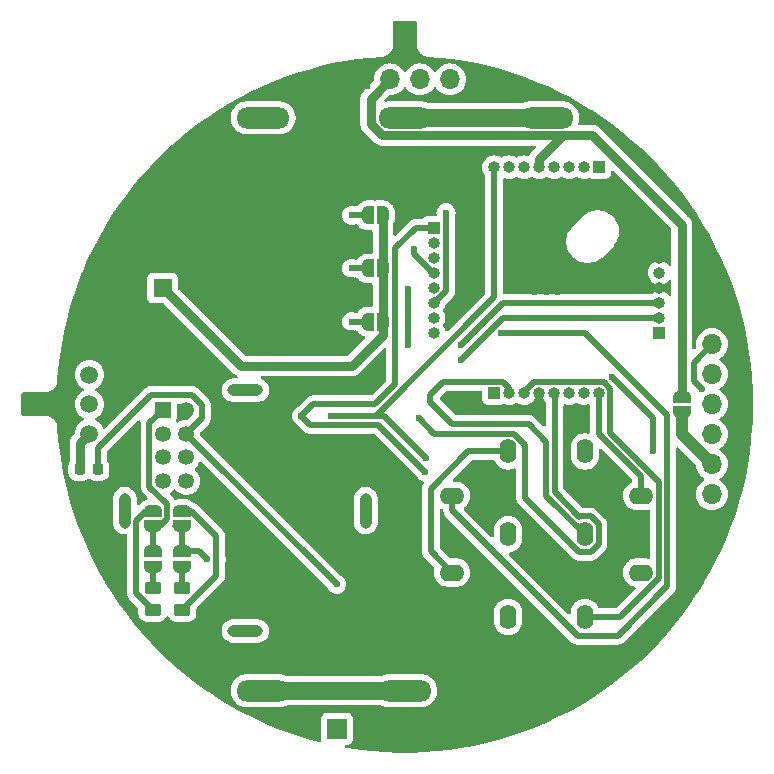
<source format=gbr>
%TF.GenerationSoftware,KiCad,Pcbnew,8.0.1*%
%TF.CreationDate,2024-08-11T00:03:07+09:00*%
%TF.ProjectId,main,6d61696e-2e6b-4696-9361-645f70636258,rev?*%
%TF.SameCoordinates,Original*%
%TF.FileFunction,Copper,L2,Bot*%
%TF.FilePolarity,Positive*%
%FSLAX46Y46*%
G04 Gerber Fmt 4.6, Leading zero omitted, Abs format (unit mm)*
G04 Created by KiCad (PCBNEW 8.0.1) date 2024-08-11 00:03:07*
%MOMM*%
%LPD*%
G01*
G04 APERTURE LIST*
G04 Aperture macros list*
%AMRoundRect*
0 Rectangle with rounded corners*
0 $1 Rounding radius*
0 $2 $3 $4 $5 $6 $7 $8 $9 X,Y pos of 4 corners*
0 Add a 4 corners polygon primitive as box body*
4,1,4,$2,$3,$4,$5,$6,$7,$8,$9,$2,$3,0*
0 Add four circle primitives for the rounded corners*
1,1,$1+$1,$2,$3*
1,1,$1+$1,$4,$5*
1,1,$1+$1,$6,$7*
1,1,$1+$1,$8,$9*
0 Add four rect primitives between the rounded corners*
20,1,$1+$1,$2,$3,$4,$5,0*
20,1,$1+$1,$4,$5,$6,$7,0*
20,1,$1+$1,$6,$7,$8,$9,0*
20,1,$1+$1,$8,$9,$2,$3,0*%
%AMFreePoly0*
4,1,19,0.500000,-0.750000,0.000000,-0.750000,0.000000,-0.744911,-0.071157,-0.744911,-0.207708,-0.704816,-0.327430,-0.627875,-0.420627,-0.520320,-0.479746,-0.390866,-0.500000,-0.250000,-0.500000,0.250000,-0.479746,0.390866,-0.420627,0.520320,-0.327430,0.627875,-0.207708,0.704816,-0.071157,0.744911,0.000000,0.744911,0.000000,0.750000,0.500000,0.750000,0.500000,-0.750000,0.500000,-0.750000,
$1*%
%AMFreePoly1*
4,1,19,0.000000,0.744911,0.071157,0.744911,0.207708,0.704816,0.327430,0.627875,0.420627,0.520320,0.479746,0.390866,0.500000,0.250000,0.500000,-0.250000,0.479746,-0.390866,0.420627,-0.520320,0.327430,-0.627875,0.207708,-0.704816,0.071157,-0.744911,0.000000,-0.744911,0.000000,-0.750000,-0.500000,-0.750000,-0.500000,0.750000,0.000000,0.750000,0.000000,0.744911,0.000000,0.744911,
$1*%
G04 Aperture macros list end*
%TA.AperFunction,ComponentPad*%
%ADD10R,1.000000X1.000000*%
%TD*%
%TA.AperFunction,ComponentPad*%
%ADD11O,1.000000X1.000000*%
%TD*%
%TA.AperFunction,ComponentPad*%
%ADD12O,1.400000X2.100000*%
%TD*%
%TA.AperFunction,ComponentPad*%
%ADD13O,2.100000X1.400000*%
%TD*%
%TA.AperFunction,WasherPad*%
%ADD14O,1.000000X3.000000*%
%TD*%
%TA.AperFunction,WasherPad*%
%ADD15O,3.000000X1.000000*%
%TD*%
%TA.AperFunction,ComponentPad*%
%ADD16R,1.350000X1.350000*%
%TD*%
%TA.AperFunction,ComponentPad*%
%ADD17C,1.350000*%
%TD*%
%TA.AperFunction,ComponentPad*%
%ADD18R,1.700000X1.700000*%
%TD*%
%TA.AperFunction,ComponentPad*%
%ADD19O,1.700000X1.700000*%
%TD*%
%TA.AperFunction,ComponentPad*%
%ADD20C,1.500000*%
%TD*%
%TA.AperFunction,ComponentPad*%
%ADD21R,1.600000X1.600000*%
%TD*%
%TA.AperFunction,ComponentPad*%
%ADD22C,1.600000*%
%TD*%
%TA.AperFunction,ComponentPad*%
%ADD23O,4.500000X1.800000*%
%TD*%
%TA.AperFunction,SMDPad,CuDef*%
%ADD24FreePoly0,270.000000*%
%TD*%
%TA.AperFunction,SMDPad,CuDef*%
%ADD25FreePoly1,270.000000*%
%TD*%
%TA.AperFunction,SMDPad,CuDef*%
%ADD26RoundRect,0.250000X0.450000X-0.262500X0.450000X0.262500X-0.450000X0.262500X-0.450000X-0.262500X0*%
%TD*%
%TA.AperFunction,SMDPad,CuDef*%
%ADD27FreePoly0,0.000000*%
%TD*%
%TA.AperFunction,SMDPad,CuDef*%
%ADD28FreePoly1,0.000000*%
%TD*%
%TA.AperFunction,SMDPad,CuDef*%
%ADD29FreePoly0,90.000000*%
%TD*%
%TA.AperFunction,SMDPad,CuDef*%
%ADD30FreePoly1,90.000000*%
%TD*%
%TA.AperFunction,SMDPad,CuDef*%
%ADD31RoundRect,0.218750X-0.218750X-0.256250X0.218750X-0.256250X0.218750X0.256250X-0.218750X0.256250X0*%
%TD*%
%TA.AperFunction,ViaPad*%
%ADD32C,0.600000*%
%TD*%
%TA.AperFunction,Conductor*%
%ADD33C,0.750000*%
%TD*%
%TA.AperFunction,Conductor*%
%ADD34C,0.500000*%
%TD*%
%TA.AperFunction,Conductor*%
%ADD35C,1.500000*%
%TD*%
%TA.AperFunction,Conductor*%
%ADD36C,1.000000*%
%TD*%
G04 APERTURE END LIST*
D10*
%TO.P,J2,1,Pin_1*%
%TO.N,1*%
X16444999Y20065772D03*
D11*
%TO.P,J2,2,Pin_2*%
%TO.N,2*%
X15174999Y20065772D03*
%TO.P,J2,3,Pin_3*%
%TO.N,3*%
X13904999Y20065772D03*
%TO.P,J2,4,Pin_4*%
%TO.N,4*%
X12634999Y20065772D03*
%TO.P,J2,5,Pin_5*%
%TO.N,+3.3V*%
X11364999Y20065772D03*
%TO.P,J2,6,Pin_6*%
%TO.N,6*%
X10094999Y20065772D03*
%TO.P,J2,7,Pin_7*%
%TO.N,7*%
X8824999Y20065772D03*
%TO.P,J2,8,Pin_8*%
%TO.N,8*%
X7554999Y20065772D03*
%TD*%
D12*
%TO.P,SW1,1,1*%
%TO.N,18*%
X15250000Y-10997655D03*
%TO.P,SW1,2,2*%
%TO.N,Net-(C5-Pad1)*%
X8750000Y-10997655D03*
%TD*%
D10*
%TO.P,J3,1,Pin_1*%
%TO.N,9*%
X2436572Y14947345D03*
D11*
%TO.P,J3,2,Pin_2*%
%TO.N,10*%
X2436572Y13677345D03*
%TO.P,J3,3,Pin_3*%
%TO.N,11*%
X2436572Y12407345D03*
%TO.P,J3,4,Pin_4*%
%TO.N,12*%
X2436572Y11137345D03*
%TO.P,J3,5,Pin_5*%
%TO.N,13*%
X2436572Y9867345D03*
%TO.P,J3,6,Pin_6*%
%TO.N,14*%
X2436572Y8597345D03*
%TO.P,J3,7,Pin_7*%
%TO.N,15*%
X2436572Y7327345D03*
%TO.P,J3,8,Pin_8*%
%TO.N,16*%
X2436572Y6057345D03*
%TD*%
D10*
%TO.P,J4,1,Pin_1*%
%TO.N,17*%
X7555000Y938917D03*
D11*
%TO.P,J4,2,Pin_2*%
%TO.N,18*%
X8825000Y938917D03*
%TO.P,J4,3,Pin_3*%
%TO.N,19*%
X10095000Y938917D03*
%TO.P,J4,4,Pin_4*%
%TO.N,GND*%
X11365000Y938917D03*
%TO.P,J4,5,Pin_5*%
%TO.N,21*%
X12635000Y938917D03*
%TO.P,J4,6,Pin_6*%
%TO.N,22*%
X13905000Y938917D03*
%TO.P,J4,7,Pin_7*%
%TO.N,23*%
X15175000Y938917D03*
%TO.P,J4,8,Pin_8*%
%TO.N,24*%
X16445000Y938917D03*
%TD*%
D13*
%TO.P,SW3,1,1*%
%TO.N,16*%
X4000000Y-7747655D03*
%TO.P,SW3,2,2*%
%TO.N,Net-(C5-Pad1)*%
X4000000Y-14247655D03*
%TD*%
D10*
%TO.P,J5,1,Pin_1*%
%TO.N,25*%
X21563427Y6057345D03*
D11*
%TO.P,J5,2,Pin_2*%
%TO.N,26*%
X21563427Y7327345D03*
%TO.P,J5,3,Pin_3*%
%TO.N,27*%
X21563427Y8597345D03*
%TO.P,J5,4,Pin_4*%
%TO.N,GND*%
X21563427Y9867345D03*
%TO.P,J5,5,Pin_5*%
%TO.N,unconnected-(J5-Pin_5-Pad5)*%
X21563427Y11137345D03*
%TO.P,J5,6,Pin_6*%
%TO.N,GND*%
X21563427Y12407345D03*
%TO.P,J5,7,Pin_7*%
X21563427Y13677345D03*
%TO.P,J5,8,Pin_8*%
X21563427Y14947345D03*
%TD*%
D12*
%TO.P,SW2,1,1*%
%TO.N,25*%
X15250000Y-3997655D03*
%TO.P,SW2,2,2*%
%TO.N,Net-(C5-Pad1)*%
X8750000Y-3997655D03*
%TD*%
D14*
%TO.P,U4,*%
%TO.N,*%
X-23700000Y-8997655D03*
D15*
X-13500000Y1202345D03*
X-13500000Y-19197655D03*
D14*
X-3300000Y-8997655D03*
D16*
%TO.P,U4,1,RX*%
%TO.N,RX=GPS*%
X-20500000Y-497655D03*
D17*
%TO.P,U4,2,GND*%
%TO.N,GND*%
X-18500000Y-497655D03*
%TO.P,U4,3,TX*%
%TO.N,TX=GPS*%
X-20500000Y-2497655D03*
%TO.P,U4,4,BATT*%
%TO.N,BATT*%
X-18500000Y-2497655D03*
%TO.P,U4,5,VCC*%
X-20500000Y-4497655D03*
%TO.P,U4,6,NC*%
%TO.N,unconnected-(U4-NC-Pad6)*%
X-18500000Y-4497655D03*
%TO.P,U4,7,NC*%
%TO.N,unconnected-(U4-NC-Pad7)*%
X-20500000Y-6497655D03*
%TO.P,U4,8,NC*%
%TO.N,unconnected-(U4-NC-Pad8)*%
X-18500000Y-6497655D03*
%TD*%
D18*
%TO.P,J6,1,Pin_1*%
%TO.N,BATT*%
X-5750000Y-27475000D03*
D19*
%TO.P,J6,2,Pin_2*%
%TO.N,GND*%
X-3210000Y-27475000D03*
%TD*%
D20*
%TO.P,SW8,1,A*%
%TO.N,Net-(SW8-A)*%
X-26700000Y-2497655D03*
%TO.P,SW8,2,B*%
%TO.N,+3.3V*%
X-26700000Y2345D03*
%TO.P,SW8,3,C*%
X-26700000Y2502345D03*
%TD*%
D12*
%TO.P,SW4,1,1*%
%TO.N,19*%
X15250000Y-17997655D03*
%TO.P,SW4,2,2*%
%TO.N,Net-(C5-Pad1)*%
X8750000Y-17997655D03*
%TD*%
D18*
%TO.P,U3,1,GND*%
%TO.N,GND*%
X-3810000Y27502345D03*
D19*
%TO.P,U3,2,VCC*%
%TO.N,+3.3V*%
X-1270000Y27502345D03*
%TO.P,U3,3,SCL*%
%TO.N,14*%
X1270000Y27502345D03*
%TO.P,U3,4,SDA*%
%TO.N,17*%
X3810000Y27502345D03*
%TD*%
D13*
%TO.P,SW5,1,1*%
%TO.N,24*%
X20000000Y-7747655D03*
%TO.P,SW5,2,2*%
%TO.N,Net-(C5-Pad1)*%
X20000000Y-14247655D03*
%TD*%
D18*
%TO.P,J1,1,Pin_1*%
%TO.N,GND*%
X26000000Y7622345D03*
D19*
%TO.P,J1,2,Pin_2*%
%TO.N,8*%
X26000000Y5082345D03*
%TO.P,J1,3,Pin_3*%
%TO.N,2*%
X26000000Y2542345D03*
%TO.P,J1,4,Pin_4*%
%TO.N,9*%
X26000000Y2345D03*
%TO.P,J1,5,Pin_5*%
%TO.N,21*%
X26000000Y-2537655D03*
%TO.P,J1,6,Pin_6*%
%TO.N,VBUS*%
X26000000Y-5077655D03*
%TO.P,J1,7,Pin_7*%
%TO.N,unconnected-(J1-Pin_7-Pad7)*%
X26000000Y-7617655D03*
%TD*%
D21*
%TO.P,C4,1*%
%TO.N,+3.3V*%
X-20500000Y9852345D03*
D22*
%TO.P,C4,2*%
%TO.N,GND*%
X-23000000Y9852345D03*
%TD*%
D23*
%TO.P,BT2,1,+*%
%TO.N,Net-(BT2-+)*%
X0Y-24247655D03*
%TO.P,BT2,2,-*%
%TO.N,Net-(BT1-+)*%
X0Y24252345D03*
%TD*%
D24*
%TO.P,3.3V        VBUS,1,A*%
%TO.N,+3.3V*%
X23450000Y652345D03*
D25*
%TO.P,3.3V        VBUS,2,B*%
%TO.N,VBUS*%
X23450000Y-647655D03*
%TD*%
D24*
%TO.P,JP6,1,A*%
%TO.N,9*%
X-18850000Y-9047655D03*
D25*
%TO.P,JP6,2,B*%
%TO.N,TX=GPS*%
X-18850000Y-10347655D03*
%TD*%
D26*
%TO.P,R19,1*%
%TO.N,8*%
X-21350000Y-17410155D03*
%TO.P,R19,2*%
%TO.N,Net-(JP7-A)*%
X-21350000Y-15585155D03*
%TD*%
D27*
%TO.P,M2,1,A*%
%TO.N,Net-(JP3-A)*%
X-3150000Y11502345D03*
D28*
%TO.P,M2,2,B*%
%TO.N,+3.3V*%
X-1850000Y11502345D03*
%TD*%
D29*
%TO.P,JP7,1,A*%
%TO.N,Net-(JP7-A)*%
X-21350000Y-13747655D03*
D30*
%TO.P,JP7,2,B*%
%TO.N,RX=GPS*%
X-21350000Y-12447655D03*
%TD*%
D31*
%TO.P,FB1,1*%
%TO.N,Net-(SW8-A)*%
X-27537500Y-5497655D03*
%TO.P,FB1,2*%
%TO.N,BATT*%
X-25962500Y-5497655D03*
%TD*%
D27*
%TO.P,M3,1,A*%
%TO.N,Net-(JP4-A)*%
X-3150000Y7002345D03*
D28*
%TO.P,M3,2,B*%
%TO.N,+3.3V*%
X-1850000Y7002345D03*
%TD*%
D23*
%TO.P,BT1,1,+*%
%TO.N,Net-(BT1-+)*%
X12000000Y24252345D03*
%TO.P,BT1,2,-*%
%TO.N,GND*%
X12000000Y-24247655D03*
%TD*%
%TO.P,BT3,1,+*%
%TO.N,VCC*%
X-12000000Y24252345D03*
%TO.P,BT3,2,-*%
%TO.N,Net-(BT2-+)*%
X-12000000Y-24247655D03*
%TD*%
D29*
%TO.P,JP5,1,A*%
%TO.N,Net-(JP5-A)*%
X-18850000Y-13747655D03*
D30*
%TO.P,JP5,2,B*%
%TO.N,TX=GPS*%
X-18850000Y-12447655D03*
%TD*%
D26*
%TO.P,R18,1*%
%TO.N,9*%
X-18850000Y-17410155D03*
%TO.P,R18,2*%
%TO.N,Net-(JP5-A)*%
X-18850000Y-15585155D03*
%TD*%
D24*
%TO.P,JP8,1,A*%
%TO.N,8*%
X-21350000Y-9047655D03*
D25*
%TO.P,JP8,2,B*%
%TO.N,RX=GPS*%
X-21350000Y-10347655D03*
%TD*%
D27*
%TO.P,M1,1,A*%
%TO.N,Net-(JP2-A)*%
X-3150000Y16002345D03*
D28*
%TO.P,M1,2,B*%
%TO.N,+3.3V*%
X-1850000Y16002345D03*
%TD*%
D32*
%TO.N,GND*%
X-2000000Y-4000000D03*
X16500000Y-7997655D03*
X-4500000Y6002345D03*
X16500000Y-14997655D03*
X12000000Y9502345D03*
X13000000Y9502345D03*
X11000000Y9502345D03*
X12000000Y11502345D03*
X-1000000Y-5000000D03*
X11000000Y11502345D03*
X-4500000Y10502345D03*
X12000000Y10502345D03*
X13000000Y11502345D03*
X0Y-6000000D03*
X-3000000Y-3000000D03*
X13000000Y10502345D03*
X11000000Y10502345D03*
%TO.N,+3.3V*%
X7000000Y22802345D03*
X-4497655Y3250000D03*
%TO.N,8*%
X1775000Y-4525000D03*
X-6284669Y-952324D03*
X25150000Y1252345D03*
X-22750000Y-13097655D03*
%TO.N,9*%
X-8750000Y-997655D03*
X-15949997Y-13097655D03*
X1750000Y-5750000D03*
%TO.N,21*%
X20999998Y-3997655D03*
X17525998Y2288347D03*
X1200000Y-1200000D03*
%TO.N,Net-(JP2-A)*%
X-4500000Y16002345D03*
%TO.N,Net-(JP3-A)*%
X-4500000Y11502345D03*
%TO.N,Net-(JP4-A)*%
X-4500000Y7002345D03*
%TO.N,14*%
X3486572Y16223842D03*
%TO.N,26*%
X250000Y9752345D03*
X250000Y5000000D03*
X4750000Y3752345D03*
%TO.N,27*%
X4750000Y5002345D03*
%TO.N,16*%
X8160000Y6032345D03*
%TO.N,12*%
X736572Y13179303D03*
%TO.N,BATT*%
X-5750000Y-15250000D03*
%TO.N,TX=GPS*%
X-16750000Y-13097655D03*
%TD*%
D33*
%TO.N,+3.3V*%
X-4497655Y3250000D02*
X-1850000Y5897655D01*
X-1850000Y16002345D02*
X-1850000Y11502345D01*
X11364999Y20772878D02*
X11364999Y20065772D01*
X13369466Y22777345D02*
X11364999Y20772878D01*
X15883426Y22777345D02*
X13369466Y22777345D01*
X-1960965Y22777345D02*
X-2900000Y23716380D01*
X7000000Y22802345D02*
X6975000Y22777345D01*
X-4497655Y3250000D02*
X-13897655Y3250000D01*
X13369466Y22777345D02*
X7025000Y22777345D01*
X-2900000Y25872345D02*
X-1270000Y27502345D01*
X23450000Y15210771D02*
X15883426Y22777345D01*
X-1850000Y11502345D02*
X-1850000Y7002345D01*
X6975000Y22777345D02*
X-1960965Y22777345D01*
X23450000Y652345D02*
X23450000Y15210771D01*
X-2900000Y23716380D02*
X-2900000Y25872345D01*
X-1850000Y5897655D02*
X-1850000Y7002345D01*
X-13897655Y3250000D02*
X-20500000Y9852345D01*
D34*
%TO.N,8*%
X-2454669Y-952324D02*
X7554999Y9057344D01*
X-22750000Y-13097655D02*
X-22750000Y-9854186D01*
X-21350000Y-17410155D02*
X-22750000Y-16010155D01*
X-22750000Y-16010155D02*
X-22750000Y-13097655D01*
X24450000Y3532345D02*
X26000000Y5082345D01*
X-6284669Y-952324D02*
X-3245331Y-952324D01*
X-22750000Y-9854186D02*
X-21943469Y-9047655D01*
X1775000Y-4525000D02*
X-1797676Y-952324D01*
X-1797676Y-952324D02*
X-2454669Y-952324D01*
X25150000Y1252345D02*
X24450000Y1952345D01*
X24450000Y1952345D02*
X24450000Y3532345D01*
X-3245331Y-952324D02*
X-2454669Y-952324D01*
X7554999Y9057344D02*
X7554999Y20065772D01*
X-21943469Y-9047655D02*
X-21350000Y-9047655D01*
%TO.N,9*%
X-15949997Y-14510152D02*
X-18850000Y-17410155D01*
X945000Y14947345D02*
X2436572Y14947345D01*
X1750000Y-5750000D02*
X-2252345Y-1747655D01*
X-18095000Y-9047655D02*
X-15949997Y-11192658D01*
X-800000Y13202345D02*
X945000Y14947345D01*
X-7750000Y2345D02*
X-2489950Y2345D01*
X-15949997Y-11192658D02*
X-15949997Y-14510152D01*
X-8000000Y-1747655D02*
X-8750000Y-997655D01*
X-800000Y1692295D02*
X-800000Y13202345D01*
X-2252345Y-1747655D02*
X-8000000Y-1747655D01*
X-2489950Y2345D02*
X-800000Y1692295D01*
X-8750000Y-997655D02*
X-7750000Y2345D01*
X-18850000Y-9047655D02*
X-18095000Y-9047655D01*
%TO.N,21*%
X14756802Y-9514507D02*
X12680000Y-7437705D01*
X15726346Y-12497655D02*
X16400000Y-11824001D01*
X12680000Y893917D02*
X12635000Y938917D01*
X14773654Y-9497655D02*
X14756802Y-9514507D01*
X14773654Y-12497655D02*
X15726346Y-12497655D01*
X15726346Y-9497655D02*
X14773654Y-9497655D01*
X20999998Y-1185653D02*
X20999998Y-3997655D01*
X2497655Y-2497655D02*
X9226346Y-2497655D01*
X16400000Y-11824001D02*
X16400000Y-10171309D01*
X10190050Y-7914051D02*
X14773654Y-12497655D01*
X12680000Y-7437705D02*
X12680000Y893917D01*
X10190050Y-3461359D02*
X10190050Y-7914051D01*
X1200000Y-1200000D02*
X2497655Y-2497655D01*
X16400000Y-10171309D02*
X15726346Y-9497655D01*
X9226346Y-2497655D02*
X10190050Y-3461359D01*
X17525998Y2288347D02*
X20999998Y-1185653D01*
%TO.N,Net-(JP2-A)*%
X-4500000Y16002345D02*
X-3150000Y16002345D01*
%TO.N,Net-(JP3-A)*%
X-4500000Y11502345D02*
X-3150000Y11502345D01*
%TO.N,Net-(JP4-A)*%
X-4500000Y7002345D02*
X-3150000Y7002345D01*
%TO.N,14*%
X3486572Y16223842D02*
X3486572Y9573842D01*
X2510075Y8597345D02*
X2436572Y8597345D01*
X3486572Y9573842D02*
X2510075Y8597345D01*
%TO.N,24*%
X16445000Y938917D02*
X16445000Y-2493266D01*
X20000000Y-6048266D02*
X20000000Y-7747655D01*
X16445000Y-2493266D02*
X20000000Y-6048266D01*
%TO.N,26*%
X4750000Y3752345D02*
X8325000Y7327345D01*
X8325000Y7327345D02*
X21563427Y7327345D01*
X250000Y9752345D02*
X250000Y5000000D01*
%TO.N,27*%
X8345000Y8597345D02*
X21563427Y8597345D01*
X4750000Y5002345D02*
X8345000Y8597345D01*
%TO.N,19*%
X10095000Y938917D02*
X10095000Y1012420D01*
X10971497Y1888917D02*
X16838503Y1888917D01*
X10095000Y1012420D02*
X10971497Y1888917D01*
X17395000Y1332420D02*
X17395000Y-2453316D01*
X18226346Y-17997655D02*
X15250000Y-17997655D01*
X21500000Y-14724001D02*
X18226346Y-17997655D01*
X21500000Y-6558316D02*
X21500000Y-14724001D01*
X16838503Y1888917D02*
X17395000Y1332420D01*
X17395000Y-2453316D02*
X21500000Y-6558316D01*
%TO.N,18*%
X11980000Y-3167655D02*
X11980000Y-7727655D01*
X2140000Y191684D02*
X3999339Y-1667655D01*
X8825000Y1377345D02*
X8313428Y1888917D01*
X8313428Y1888917D02*
X3215911Y1888917D01*
X11980000Y-7727655D02*
X15250000Y-10997655D01*
X10480000Y-1667655D02*
X11980000Y-3167655D01*
X8825000Y938917D02*
X8825000Y1377345D01*
X2140000Y813006D02*
X2140000Y191684D01*
X3215911Y1888917D02*
X2140000Y813006D01*
X3999339Y-1667655D02*
X10480000Y-1667655D01*
%TO.N,16*%
X4000000Y-7747655D02*
X4000000Y-7497655D01*
X22200000Y-15417655D02*
X18010000Y-19607655D01*
X15260000Y6032345D02*
X22200000Y-907655D01*
X18010000Y-19607655D02*
X14660000Y-19607655D01*
X8160000Y6032345D02*
X15260000Y6032345D01*
X14660000Y-19607655D02*
X4000000Y-8947655D01*
X22200000Y-907655D02*
X22200000Y-15417655D01*
X4000000Y-8947655D02*
X4000000Y-7747655D01*
%TO.N,12*%
X2436572Y11137345D02*
X2363069Y11137345D01*
X736572Y12763842D02*
X736572Y13179303D01*
X2363069Y11137345D02*
X736572Y12763842D01*
%TO.N,Net-(C5-Pad1)*%
X4000000Y-14247655D02*
X2200000Y-12447655D01*
X2200000Y-7147045D02*
X5349390Y-3997655D01*
X5349390Y-3997655D02*
X8750000Y-3997655D01*
X2200000Y-12447655D02*
X2200000Y-7147045D01*
D35*
%TO.N,Net-(BT1-+)*%
X0Y24252345D02*
X12000000Y24252345D01*
%TO.N,Net-(BT2-+)*%
X0Y-24247655D02*
X-12000000Y-24247655D01*
D36*
%TO.N,VBUS*%
X23450000Y-2527655D02*
X26000000Y-5077655D01*
X23450000Y-647655D02*
X23450000Y-2527655D01*
D34*
%TO.N,BATT*%
X-18056664Y800000D02*
X-21452345Y800000D01*
X-5750000Y-15250000D02*
X-5750000Y-15247655D01*
X-25962500Y-3710155D02*
X-25962500Y-5497655D01*
X-17200000Y-1197655D02*
X-17200000Y-56664D01*
X-5750000Y-15247655D02*
X-18500000Y-2497655D01*
X-17200000Y-56664D02*
X-18056664Y800000D01*
X-21452345Y800000D02*
X-25962500Y-3710155D01*
X-18500000Y-2497655D02*
X-17200000Y-1197655D01*
D33*
%TO.N,Net-(SW8-A)*%
X-27487500Y-5497655D02*
X-27487500Y-3285155D01*
X-27487500Y-3285155D02*
X-26700000Y-2497655D01*
D34*
%TO.N,TX=GPS*%
X-18850000Y-12447655D02*
X-17400000Y-12447655D01*
X-19443469Y-10347655D02*
X-18850000Y-10347655D01*
X-17400000Y-12447655D02*
X-16750000Y-13097655D01*
X-18850000Y-10347655D02*
X-18850000Y-12447655D01*
%TO.N,Net-(JP5-A)*%
X-18850000Y-13747655D02*
X-18850000Y-15585155D01*
%TO.N,Net-(JP7-A)*%
X-21350000Y-15585155D02*
X-21350000Y-13747655D01*
%TO.N,RX=GPS*%
X-21350000Y-12447655D02*
X-21350000Y-10347655D01*
X-21350000Y-10347655D02*
X-20756531Y-10347655D01*
X-21625000Y-1622655D02*
X-20500000Y-497655D01*
X-20145000Y-9736124D02*
X-20145000Y-8443646D01*
X-20756531Y-10347655D02*
X-20145000Y-9736124D01*
X-21625000Y-6963646D02*
X-21625000Y-1622655D01*
X-20145000Y-8443646D02*
X-21625000Y-6963646D01*
%TD*%
%TA.AperFunction,Conductor*%
%TO.N,GND*%
G36*
X14594529Y116712D02*
G01*
X14611156Y106026D01*
X14611399Y106390D01*
X14616467Y103003D01*
X14790266Y10105D01*
X14815851Y2344D01*
X14978868Y-47107D01*
X15175000Y-66424D01*
X15371132Y-47107D01*
X15534505Y2452D01*
X15604371Y3076D01*
X15663484Y-34172D01*
X15693075Y-97465D01*
X15694500Y-116208D01*
X15694500Y-2359129D01*
X15674815Y-2426168D01*
X15622011Y-2471923D01*
X15552853Y-2481867D01*
X15532183Y-2477060D01*
X15531126Y-2476716D01*
X15531119Y-2476715D01*
X15344486Y-2447155D01*
X15344481Y-2447155D01*
X15155519Y-2447155D01*
X15155514Y-2447155D01*
X14968881Y-2476714D01*
X14789163Y-2535109D01*
X14620800Y-2620895D01*
X14533579Y-2684265D01*
X14467927Y-2731965D01*
X14467925Y-2731967D01*
X14467924Y-2731967D01*
X14334312Y-2865579D01*
X14334312Y-2865580D01*
X14334310Y-2865582D01*
X14330769Y-2870456D01*
X14223240Y-3018455D01*
X14137454Y-3186818D01*
X14079059Y-3366536D01*
X14049500Y-3553168D01*
X14049500Y-4442141D01*
X14079059Y-4628773D01*
X14137454Y-4808491D01*
X14196368Y-4924115D01*
X14223240Y-4976854D01*
X14334310Y-5129728D01*
X14467927Y-5263345D01*
X14620801Y-5374415D01*
X14671949Y-5400476D01*
X14789163Y-5460200D01*
X14789165Y-5460200D01*
X14789168Y-5460202D01*
X14885497Y-5491501D01*
X14968881Y-5518595D01*
X15155514Y-5548155D01*
X15155519Y-5548155D01*
X15344486Y-5548155D01*
X15531118Y-5518595D01*
X15569835Y-5506015D01*
X15710832Y-5460202D01*
X15711753Y-5459733D01*
X15750985Y-5439743D01*
X15879199Y-5374415D01*
X16032073Y-5263345D01*
X16165690Y-5129728D01*
X16276760Y-4976854D01*
X16362547Y-4808487D01*
X16420940Y-4628773D01*
X16423281Y-4613990D01*
X16450500Y-4442141D01*
X16450500Y-3859495D01*
X16470185Y-3792456D01*
X16522989Y-3746701D01*
X16592147Y-3736757D01*
X16655703Y-3765782D01*
X16662181Y-3771814D01*
X19213181Y-6322814D01*
X19246666Y-6384137D01*
X19249500Y-6410495D01*
X19249500Y-6528380D01*
X19229815Y-6595419D01*
X19181795Y-6638864D01*
X19124601Y-6668006D01*
X19020800Y-6720895D01*
X18985900Y-6746252D01*
X18867927Y-6831965D01*
X18867925Y-6831967D01*
X18867924Y-6831967D01*
X18734312Y-6965579D01*
X18734312Y-6965580D01*
X18734310Y-6965582D01*
X18711371Y-6997155D01*
X18623240Y-7118455D01*
X18537454Y-7286818D01*
X18479059Y-7466536D01*
X18449500Y-7653168D01*
X18449500Y-7842141D01*
X18479059Y-8028773D01*
X18537454Y-8208491D01*
X18601826Y-8334827D01*
X18623240Y-8376854D01*
X18734310Y-8529728D01*
X18867927Y-8663345D01*
X19020801Y-8774415D01*
X19081132Y-8805155D01*
X19189163Y-8860200D01*
X19189165Y-8860200D01*
X19189168Y-8860202D01*
X19250500Y-8880130D01*
X19368881Y-8918595D01*
X19555514Y-8948155D01*
X19555519Y-8948155D01*
X20444486Y-8948155D01*
X20589284Y-8925220D01*
X20606102Y-8922557D01*
X20675395Y-8931511D01*
X20728847Y-8976507D01*
X20749487Y-9043259D01*
X20749500Y-9045030D01*
X20749500Y-12950279D01*
X20729815Y-13017318D01*
X20677011Y-13063073D01*
X20607853Y-13073017D01*
X20606102Y-13072752D01*
X20444486Y-13047155D01*
X20444481Y-13047155D01*
X19555519Y-13047155D01*
X19555514Y-13047155D01*
X19368881Y-13076714D01*
X19189163Y-13135109D01*
X19020800Y-13220895D01*
X18943705Y-13276909D01*
X18867927Y-13331965D01*
X18867925Y-13331967D01*
X18867924Y-13331967D01*
X18734312Y-13465579D01*
X18734312Y-13465580D01*
X18734310Y-13465582D01*
X18686610Y-13531234D01*
X18623240Y-13618455D01*
X18537454Y-13786818D01*
X18479059Y-13966536D01*
X18449500Y-14153168D01*
X18449500Y-14342141D01*
X18479059Y-14528773D01*
X18537454Y-14708491D01*
X18557452Y-14747738D01*
X18623240Y-14876854D01*
X18734310Y-15029728D01*
X18867927Y-15163345D01*
X19020801Y-15274415D01*
X19100347Y-15314945D01*
X19189163Y-15360200D01*
X19189165Y-15360200D01*
X19189168Y-15360202D01*
X19285497Y-15391501D01*
X19368881Y-15418595D01*
X19452375Y-15431819D01*
X19515510Y-15461748D01*
X19552442Y-15521059D01*
X19551444Y-15590922D01*
X19520659Y-15641973D01*
X17951797Y-17210836D01*
X17890474Y-17244321D01*
X17864116Y-17247155D01*
X16469275Y-17247155D01*
X16402236Y-17227470D01*
X16358790Y-17179450D01*
X16276760Y-17018456D01*
X16165690Y-16865582D01*
X16032073Y-16731965D01*
X15879199Y-16620895D01*
X15710836Y-16535109D01*
X15531118Y-16476714D01*
X15344486Y-16447155D01*
X15344481Y-16447155D01*
X15155519Y-16447155D01*
X15155514Y-16447155D01*
X14968881Y-16476714D01*
X14789163Y-16535109D01*
X14620800Y-16620895D01*
X14540831Y-16678997D01*
X14467927Y-16731965D01*
X14467925Y-16731967D01*
X14467924Y-16731967D01*
X14334312Y-16865579D01*
X14334312Y-16865580D01*
X14334310Y-16865582D01*
X14304998Y-16905926D01*
X14223240Y-17018455D01*
X14137454Y-17186818D01*
X14079059Y-17366536D01*
X14049500Y-17553168D01*
X14049500Y-17636425D01*
X14029815Y-17703464D01*
X13977011Y-17749219D01*
X13907853Y-17759163D01*
X13844297Y-17730138D01*
X13837819Y-17724106D01*
X8858920Y-12745207D01*
X8825435Y-12683884D01*
X8830419Y-12614192D01*
X8872291Y-12558259D01*
X8927203Y-12535053D01*
X9031118Y-12518595D01*
X9210832Y-12460202D01*
X9379199Y-12374415D01*
X9532073Y-12263345D01*
X9665690Y-12129728D01*
X9776760Y-11976854D01*
X9862547Y-11808487D01*
X9920940Y-11628773D01*
X9929710Y-11573400D01*
X9950500Y-11442141D01*
X9950500Y-10553168D01*
X9920940Y-10366536D01*
X9862545Y-10186818D01*
X9776759Y-10018455D01*
X9665690Y-9865582D01*
X9532073Y-9731965D01*
X9379199Y-9620895D01*
X9210836Y-9535109D01*
X9031118Y-9476714D01*
X8844486Y-9447155D01*
X8844481Y-9447155D01*
X8655519Y-9447155D01*
X8655514Y-9447155D01*
X8468881Y-9476714D01*
X8289163Y-9535109D01*
X8120800Y-9620895D01*
X8033579Y-9684265D01*
X7967927Y-9731965D01*
X7967925Y-9731967D01*
X7967924Y-9731967D01*
X7834312Y-9865579D01*
X7834312Y-9865580D01*
X7834310Y-9865582D01*
X7786610Y-9931234D01*
X7723240Y-10018455D01*
X7637454Y-10186818D01*
X7579059Y-10366536D01*
X7549500Y-10553168D01*
X7549500Y-11136425D01*
X7529815Y-11203464D01*
X7477011Y-11249219D01*
X7407853Y-11259163D01*
X7344297Y-11230138D01*
X7337819Y-11224106D01*
X5029112Y-8915399D01*
X4995627Y-8854076D01*
X5000611Y-8784384D01*
X5042483Y-8728451D01*
X5043823Y-8727462D01*
X5132073Y-8663345D01*
X5265690Y-8529728D01*
X5376760Y-8376854D01*
X5462547Y-8208487D01*
X5520940Y-8028773D01*
X5527403Y-7987969D01*
X5550500Y-7842141D01*
X5550500Y-7653168D01*
X5520940Y-7466536D01*
X5493550Y-7382241D01*
X5462547Y-7286823D01*
X5462545Y-7286820D01*
X5462545Y-7286818D01*
X5379606Y-7124042D01*
X5376760Y-7118456D01*
X5265690Y-6965582D01*
X5132073Y-6831965D01*
X4979199Y-6720895D01*
X4964391Y-6713350D01*
X4810836Y-6635109D01*
X4631118Y-6576714D01*
X4444486Y-6547155D01*
X4444481Y-6547155D01*
X4160620Y-6547155D01*
X4093581Y-6527470D01*
X4047826Y-6474666D01*
X4037882Y-6405508D01*
X4066907Y-6341952D01*
X4072939Y-6335474D01*
X5623939Y-4784474D01*
X5685262Y-4750989D01*
X5711620Y-4748155D01*
X7530725Y-4748155D01*
X7597764Y-4767840D01*
X7641209Y-4815859D01*
X7723240Y-4976854D01*
X7834310Y-5129728D01*
X7967927Y-5263345D01*
X8120801Y-5374415D01*
X8171949Y-5400476D01*
X8289163Y-5460200D01*
X8289165Y-5460200D01*
X8289168Y-5460202D01*
X8385497Y-5491501D01*
X8468881Y-5518595D01*
X8655514Y-5548155D01*
X8655519Y-5548155D01*
X8844486Y-5548155D01*
X9031118Y-5518595D01*
X9034513Y-5517492D01*
X9210832Y-5460202D01*
X9210837Y-5460199D01*
X9210841Y-5460198D01*
X9259255Y-5435530D01*
X9327924Y-5422633D01*
X9392664Y-5448909D01*
X9432922Y-5506015D01*
X9439550Y-5546014D01*
X9439550Y-7987969D01*
X9439550Y-7987971D01*
X9439549Y-7987971D01*
X9468390Y-8132958D01*
X9468393Y-8132968D01*
X9524964Y-8269544D01*
X9533667Y-8282568D01*
X9533668Y-8282571D01*
X9607096Y-8392465D01*
X9607102Y-8392472D01*
X14295238Y-13080607D01*
X14295240Y-13080609D01*
X14309402Y-13090071D01*
X14368924Y-13129841D01*
X14418159Y-13162739D01*
X14418160Y-13162739D01*
X14418161Y-13162740D01*
X14418163Y-13162741D01*
X14499815Y-13196562D01*
X14554741Y-13219313D01*
X14554745Y-13219313D01*
X14554746Y-13219314D01*
X14699733Y-13248155D01*
X14699736Y-13248155D01*
X15800266Y-13248155D01*
X15897808Y-13228751D01*
X15945259Y-13219313D01*
X16081841Y-13162739D01*
X16131075Y-13129841D01*
X16131080Y-13129838D01*
X16167896Y-13105239D01*
X16204762Y-13080607D01*
X16982952Y-12302416D01*
X17032179Y-12228742D01*
X17065084Y-12179496D01*
X17101260Y-12092160D01*
X17121659Y-12042913D01*
X17150500Y-11897918D01*
X17150500Y-11750083D01*
X17150500Y-10097391D01*
X17137628Y-10032679D01*
X17121659Y-9952397D01*
X17087213Y-9869239D01*
X17065084Y-9815814D01*
X16998770Y-9716568D01*
X16998768Y-9716565D01*
X16982954Y-9692896D01*
X16982952Y-9692894D01*
X16204767Y-8914707D01*
X16204760Y-8914701D01*
X16123293Y-8860267D01*
X16123194Y-8860202D01*
X16081841Y-8832571D01*
X16081840Y-8832570D01*
X16081838Y-8832569D01*
X15945263Y-8775998D01*
X15945253Y-8775995D01*
X15800266Y-8747155D01*
X15800264Y-8747155D01*
X15102179Y-8747155D01*
X15035140Y-8727470D01*
X15014498Y-8710836D01*
X13466819Y-7163156D01*
X13433334Y-7101833D01*
X13430500Y-7075475D01*
X13430500Y-129859D01*
X13450185Y-62820D01*
X13502989Y-17065D01*
X13572147Y-7121D01*
X13590495Y-11198D01*
X13708868Y-47107D01*
X13905000Y-66424D01*
X14101132Y-47107D01*
X14289727Y10103D01*
X14289733Y10105D01*
X14463532Y103003D01*
X14468601Y106390D01*
X14469694Y104753D01*
X14525663Y128513D01*
X14594529Y116712D01*
G37*
%TD.AperFunction*%
%TA.AperFunction,Conductor*%
G36*
X6497539Y1118732D02*
G01*
X6543294Y1065928D01*
X6554500Y1014417D01*
X6554500Y391046D01*
X6554501Y391040D01*
X6560908Y331433D01*
X6611202Y196588D01*
X6611206Y196581D01*
X6697452Y81372D01*
X6697455Y81369D01*
X6812664Y-4876D01*
X6812671Y-4880D01*
X6947517Y-55174D01*
X6947516Y-55174D01*
X6954444Y-55918D01*
X7007127Y-61583D01*
X8102872Y-61582D01*
X8162483Y-55174D01*
X8297331Y-4879D01*
X8305380Y1146D01*
X8370841Y25566D01*
X8434469Y12020D01*
X8434641Y12435D01*
X8436882Y11506D01*
X8438152Y11236D01*
X8438964Y10802D01*
X8440270Y10104D01*
X8440272Y10103D01*
X8440273Y10103D01*
X8628868Y-47107D01*
X8825000Y-66424D01*
X9021132Y-47107D01*
X9209727Y10103D01*
X9209733Y10105D01*
X9383532Y103003D01*
X9388601Y106390D01*
X9389694Y104753D01*
X9445663Y128513D01*
X9514529Y116712D01*
X9531156Y106026D01*
X9531399Y106390D01*
X9536467Y103003D01*
X9710266Y10105D01*
X9735851Y2344D01*
X9898868Y-47107D01*
X10095000Y-66424D01*
X10291132Y-47107D01*
X10479727Y10103D01*
X10479733Y10105D01*
X10653532Y103003D01*
X10653539Y103007D01*
X10805883Y228033D01*
X10930909Y380377D01*
X10930913Y380384D01*
X11023811Y554183D01*
X11023811Y554186D01*
X11023814Y554190D01*
X11081024Y742785D01*
X11097901Y914149D01*
X11124062Y978935D01*
X11133623Y989675D01*
X11246046Y1102098D01*
X11307369Y1135583D01*
X11333727Y1138417D01*
X11512495Y1138417D01*
X11579534Y1118732D01*
X11625289Y1065928D01*
X11635898Y1002263D01*
X11629659Y938916D01*
X11648975Y742787D01*
X11706188Y554183D01*
X11799086Y380384D01*
X11799090Y380377D01*
X11901353Y255771D01*
X11928666Y191461D01*
X11929500Y177106D01*
X11929500Y-1756424D01*
X11909815Y-1823463D01*
X11857011Y-1869218D01*
X11787853Y-1879162D01*
X11724297Y-1850137D01*
X11717819Y-1844105D01*
X10958420Y-1084706D01*
X10951649Y-1080182D01*
X10870921Y-1026242D01*
X10870920Y-1026241D01*
X10835500Y-1002574D01*
X10835488Y-1002567D01*
X10698917Y-945998D01*
X10698907Y-945995D01*
X10553920Y-917155D01*
X10553918Y-917155D01*
X4361568Y-917155D01*
X4294529Y-897470D01*
X4273887Y-880836D01*
X3637398Y-244347D01*
X2978386Y414663D01*
X2944902Y475986D01*
X2949886Y545678D01*
X2978387Y590025D01*
X3490460Y1102098D01*
X3551783Y1135583D01*
X3578141Y1138417D01*
X6430500Y1138417D01*
X6497539Y1118732D01*
G37*
%TD.AperFunction*%
%TA.AperFunction,Conductor*%
G36*
X17650700Y19771478D02*
G01*
X17657179Y19765446D01*
X22538181Y14884445D01*
X22571666Y14823122D01*
X22574500Y14796764D01*
X22574500Y11829003D01*
X22554815Y11761964D01*
X22502011Y11716209D01*
X22432853Y11706265D01*
X22369297Y11735290D01*
X22354647Y11750338D01*
X22274310Y11848228D01*
X22121966Y11973254D01*
X22121965Y11973255D01*
X21948154Y12066159D01*
X21759559Y12123369D01*
X21563427Y12142686D01*
X21367295Y12123369D01*
X21178700Y12066159D01*
X21178696Y12066156D01*
X21178693Y12066156D01*
X21004894Y11973258D01*
X21004887Y11973254D01*
X20852543Y11848228D01*
X20727517Y11695884D01*
X20727513Y11695877D01*
X20634615Y11522078D01*
X20577402Y11333474D01*
X20558086Y11137345D01*
X20577402Y10941215D01*
X20634615Y10752611D01*
X20727513Y10578812D01*
X20727517Y10578805D01*
X20852543Y10426461D01*
X21004887Y10301435D01*
X21004894Y10301431D01*
X21178693Y10208533D01*
X21367297Y10151320D01*
X21563427Y10132004D01*
X21759556Y10151320D01*
X21835495Y10174356D01*
X21948154Y10208531D01*
X21948160Y10208533D01*
X22121959Y10301431D01*
X22121966Y10301435D01*
X22274310Y10426461D01*
X22354647Y10524351D01*
X22412393Y10563685D01*
X22482238Y10565556D01*
X22542006Y10529368D01*
X22572722Y10466612D01*
X22574500Y10445686D01*
X22574500Y9289003D01*
X22554815Y9221964D01*
X22502011Y9176209D01*
X22432853Y9166265D01*
X22369297Y9195290D01*
X22354647Y9210338D01*
X22274310Y9308228D01*
X22121966Y9433254D01*
X22121965Y9433255D01*
X21948154Y9526159D01*
X21759559Y9583369D01*
X21563427Y9602686D01*
X21367295Y9583369D01*
X21178700Y9526159D01*
X21178696Y9526156D01*
X21178693Y9526156D01*
X21004894Y9433258D01*
X21004887Y9433254D01*
X20935114Y9375992D01*
X20870804Y9348679D01*
X20856449Y9347845D01*
X8429499Y9347845D01*
X8362460Y9367530D01*
X8316705Y9420334D01*
X8305499Y9471845D01*
X8305499Y13660062D01*
X13675236Y13660062D01*
X13706043Y13426070D01*
X13767132Y13198084D01*
X13767136Y13198071D01*
X13857447Y12980039D01*
X13857455Y12980023D01*
X13975458Y12775638D01*
X13975469Y12775622D01*
X14119142Y12588383D01*
X14119148Y12588376D01*
X14286031Y12421493D01*
X14286038Y12421487D01*
X14473277Y12277814D01*
X14473293Y12277803D01*
X14677678Y12159800D01*
X14677694Y12159792D01*
X14895726Y12069481D01*
X14895739Y12069477D01*
X14895740Y12069476D01*
X14895742Y12069476D01*
X15009732Y12038932D01*
X15123725Y12008388D01*
X15357717Y11977581D01*
X15357725Y11977581D01*
X15593754Y11977581D01*
X15827746Y12008388D01*
X15827750Y12008389D01*
X16055730Y12069476D01*
X16055733Y12069477D01*
X16055745Y12069481D01*
X16273777Y12159792D01*
X16273793Y12159800D01*
X16478178Y12277803D01*
X16478181Y12277805D01*
X16478186Y12277808D01*
X16488114Y12285426D01*
X16665433Y12421487D01*
X16665440Y12421493D01*
X17680848Y13436901D01*
X17680855Y13436909D01*
X17824538Y13624158D01*
X17942546Y13828555D01*
X17942553Y13828570D01*
X18032870Y14046616D01*
X18037012Y14062072D01*
X18093957Y14274595D01*
X18124764Y14508598D01*
X18124764Y14744620D01*
X18093957Y14978623D01*
X18032870Y15206603D01*
X17942548Y15424659D01*
X17824538Y15629060D01*
X17806305Y15652821D01*
X17776159Y15692108D01*
X17680856Y15816309D01*
X17680851Y15816313D01*
X17680848Y15816318D01*
X17513973Y15983193D01*
X17513968Y15983196D01*
X17513964Y15983201D01*
X17326715Y16126883D01*
X17326714Y16126884D01*
X17326710Y16126886D01*
X17171352Y16216581D01*
X17122314Y16244893D01*
X16904258Y16335215D01*
X16676278Y16396302D01*
X16442275Y16427109D01*
X16206253Y16427109D01*
X15972250Y16396302D01*
X15744270Y16335215D01*
X15638987Y16291605D01*
X15526225Y16244898D01*
X15526210Y16244891D01*
X15321813Y16126883D01*
X15134564Y15983200D01*
X15134556Y15983193D01*
X14119148Y14967785D01*
X14119142Y14967778D01*
X14042271Y14867597D01*
X13975463Y14780531D01*
X13975460Y14780526D01*
X13975458Y14780523D01*
X13857455Y14576138D01*
X13857447Y14576122D01*
X13767136Y14358090D01*
X13767132Y14358078D01*
X13767131Y14358075D01*
X13742837Y14267408D01*
X13706043Y14130091D01*
X13675236Y13896099D01*
X13675236Y13660062D01*
X8305499Y13660062D01*
X8305499Y19010646D01*
X8325184Y19077685D01*
X8377988Y19123440D01*
X8447146Y19133384D01*
X8465494Y19129307D01*
X8628868Y19079747D01*
X8824999Y19060431D01*
X9021128Y19079747D01*
X9083996Y19098818D01*
X9209726Y19136958D01*
X9209732Y19136960D01*
X9383531Y19229858D01*
X9388600Y19233245D01*
X9389693Y19231608D01*
X9445662Y19255368D01*
X9514528Y19243567D01*
X9531155Y19232881D01*
X9531398Y19233245D01*
X9536466Y19229858D01*
X9710265Y19136960D01*
X9898869Y19079747D01*
X10094999Y19060431D01*
X10291128Y19079747D01*
X10353996Y19098818D01*
X10479726Y19136958D01*
X10479732Y19136960D01*
X10653531Y19229858D01*
X10658600Y19233245D01*
X10659693Y19231608D01*
X10715662Y19255368D01*
X10784528Y19243567D01*
X10801155Y19232881D01*
X10801398Y19233245D01*
X10806466Y19229858D01*
X10980265Y19136960D01*
X11168869Y19079747D01*
X11364999Y19060431D01*
X11561128Y19079747D01*
X11623996Y19098818D01*
X11749726Y19136958D01*
X11749732Y19136960D01*
X11923531Y19229858D01*
X11928600Y19233245D01*
X11929693Y19231608D01*
X11985662Y19255368D01*
X12054528Y19243567D01*
X12071155Y19232881D01*
X12071398Y19233245D01*
X12076466Y19229858D01*
X12250265Y19136960D01*
X12438869Y19079747D01*
X12634999Y19060431D01*
X12831128Y19079747D01*
X12893996Y19098818D01*
X13019726Y19136958D01*
X13019732Y19136960D01*
X13193531Y19229858D01*
X13198600Y19233245D01*
X13199693Y19231608D01*
X13255662Y19255368D01*
X13324528Y19243567D01*
X13341155Y19232881D01*
X13341398Y19233245D01*
X13346466Y19229858D01*
X13520265Y19136960D01*
X13708869Y19079747D01*
X13904999Y19060431D01*
X14101128Y19079747D01*
X14163996Y19098818D01*
X14289726Y19136958D01*
X14289732Y19136960D01*
X14463531Y19229858D01*
X14468600Y19233245D01*
X14469693Y19231608D01*
X14525662Y19255368D01*
X14594528Y19243567D01*
X14611155Y19232881D01*
X14611398Y19233245D01*
X14616466Y19229858D01*
X14790265Y19136960D01*
X14978869Y19079747D01*
X15174999Y19060431D01*
X15371128Y19079747D01*
X15406234Y19090396D01*
X15559726Y19136958D01*
X15561849Y19138093D01*
X15563093Y19138352D01*
X15565358Y19139290D01*
X15565535Y19138860D01*
X15630252Y19152336D01*
X15694613Y19128005D01*
X15702665Y19121977D01*
X15702670Y19121974D01*
X15837516Y19071680D01*
X15837515Y19071680D01*
X15897115Y19065273D01*
X15897118Y19065272D01*
X15897126Y19065272D01*
X15897133Y19065272D01*
X15897134Y19065272D01*
X16992869Y19065272D01*
X16992875Y19065273D01*
X17052482Y19071680D01*
X17187327Y19121974D01*
X17187334Y19121978D01*
X17302543Y19208224D01*
X17302546Y19208227D01*
X17388792Y19323436D01*
X17388796Y19323443D01*
X17418529Y19403162D01*
X17439090Y19458289D01*
X17445499Y19517899D01*
X17445498Y19677766D01*
X17465182Y19744804D01*
X17517986Y19790559D01*
X17587144Y19800503D01*
X17650700Y19771478D01*
G37*
%TD.AperFunction*%
%TA.AperFunction,Conductor*%
G36*
X-18351855Y29815D02*
G01*
X-18331213Y13181D01*
X-17986819Y-331213D01*
X-17953334Y-392536D01*
X-17950500Y-418894D01*
X-17950500Y-835425D01*
X-17970185Y-902464D01*
X-17986819Y-923106D01*
X-18349549Y-1285836D01*
X-18410872Y-1319321D01*
X-18437230Y-1322155D01*
X-18608926Y-1322155D01*
X-18823069Y-1362185D01*
X-18911653Y-1396503D01*
X-19026207Y-1440881D01*
X-19026213Y-1440885D01*
X-19192268Y-1543700D01*
X-19259629Y-1562255D01*
X-19326328Y-1541447D01*
X-19371189Y-1487882D01*
X-19379969Y-1418566D01*
X-19373727Y-1394940D01*
X-19330908Y-1280137D01*
X-19324501Y-1220538D01*
X-19324500Y-1220519D01*
X-19324500Y-648131D01*
X-19324500Y-74499D01*
X-19304816Y-7461D01*
X-19252013Y38294D01*
X-19200501Y49500D01*
X-18418894Y49500D01*
X-18351855Y29815D01*
G37*
%TD.AperFunction*%
%TA.AperFunction,Conductor*%
G36*
X942539Y32444637D02*
G01*
X988294Y32391833D01*
X999500Y32340322D01*
X999500Y30363318D01*
X999567Y30362287D01*
X999575Y30352899D01*
X1027482Y30187510D01*
X1082529Y30029092D01*
X1163182Y29882049D01*
X1163185Y29882044D01*
X1267196Y29750475D01*
X1391660Y29638060D01*
X1533099Y29547936D01*
X1533101Y29547934D01*
X1533103Y29547934D01*
X1589457Y29524104D01*
X1687569Y29482616D01*
X1687577Y29482613D01*
X1850769Y29443922D01*
X1860293Y29443287D01*
X1861275Y29443158D01*
X1933302Y29438425D01*
X1935508Y29438260D01*
X2981574Y29350741D01*
X2985978Y29350294D01*
X4027218Y29225617D01*
X4031603Y29225012D01*
X5067693Y29063257D01*
X5072054Y29062496D01*
X6101712Y28863864D01*
X6106043Y28862948D01*
X7127963Y28627689D01*
X7132258Y28626619D01*
X8145110Y28355040D01*
X8149364Y28353818D01*
X9151915Y28046250D01*
X9156124Y28044876D01*
X10147023Y27701732D01*
X10151179Y27700209D01*
X11129213Y27321913D01*
X11133312Y27320243D01*
X12097236Y26907270D01*
X12101273Y26905454D01*
X13049802Y26458361D01*
X13053772Y26456403D01*
X13985783Y25975717D01*
X13989680Y25973618D01*
X14903922Y25459981D01*
X14907742Y25457744D01*
X15803046Y24911818D01*
X15806784Y24909447D01*
X16682088Y24331876D01*
X16685738Y24329372D01*
X17539814Y23720967D01*
X17543373Y23718335D01*
X18375220Y23079811D01*
X18378683Y23077053D01*
X19187191Y22409259D01*
X19190553Y22406380D01*
X19974735Y21710133D01*
X19977992Y21707135D01*
X20736803Y20983363D01*
X20739951Y20980251D01*
X21472446Y20229855D01*
X21475481Y20226633D01*
X22180729Y19450568D01*
X22183647Y19447240D01*
X22860750Y18646493D01*
X22863548Y18643062D01*
X23511640Y17818655D01*
X23514313Y17815127D01*
X24132578Y16968099D01*
X24135123Y16964477D01*
X24722733Y16095965D01*
X24725148Y16092255D01*
X25281394Y15203307D01*
X25283675Y15199514D01*
X25807852Y14291256D01*
X25809996Y14287383D01*
X26301416Y13361000D01*
X26303420Y13357053D01*
X26761457Y12413733D01*
X26763319Y12409717D01*
X27187402Y11450634D01*
X27189119Y11446554D01*
X27578686Y10472981D01*
X27580257Y10468843D01*
X27934830Y9481975D01*
X27936253Y9477783D01*
X28255393Y8478838D01*
X28256664Y8474598D01*
X28539927Y7464964D01*
X28541047Y7460681D01*
X28788101Y6441548D01*
X28789067Y6437229D01*
X28999591Y5409919D01*
X29000402Y5405567D01*
X29174123Y4371406D01*
X29174778Y4367028D01*
X29311473Y3327350D01*
X29311972Y3322952D01*
X29411476Y2279016D01*
X29411817Y2274602D01*
X29473996Y1227795D01*
X29474179Y1223373D01*
X29498954Y175045D01*
X29498980Y170618D01*
X29486322Y-877951D01*
X29486190Y-882375D01*
X29450570Y-1627470D01*
X29436164Y-1928812D01*
X29436115Y-1929828D01*
X29435821Y-1934281D01*
X29346694Y-2995915D01*
X29346237Y-3000388D01*
X29218674Y-4058089D01*
X29218055Y-4062544D01*
X29052217Y-5114954D01*
X29051436Y-5119382D01*
X28847556Y-6165036D01*
X28846616Y-6169434D01*
X28604940Y-7207056D01*
X28603840Y-7211417D01*
X28324708Y-8239559D01*
X28323451Y-8243877D01*
X28007222Y-9261217D01*
X28005810Y-9265486D01*
X27652887Y-10270722D01*
X27651320Y-10274938D01*
X27262193Y-11266680D01*
X27260475Y-11270836D01*
X26835629Y-12247842D01*
X26833761Y-12251933D01*
X26373770Y-13212886D01*
X26371755Y-13216906D01*
X25877232Y-14160524D01*
X25875073Y-14164469D01*
X25346644Y-15089563D01*
X25344343Y-15093427D01*
X24782717Y-15998748D01*
X24780277Y-16002526D01*
X24186202Y-16886873D01*
X24183627Y-16890560D01*
X23557868Y-17752792D01*
X23555161Y-17756383D01*
X22898562Y-18595341D01*
X22895727Y-18598832D01*
X22209111Y-19413460D01*
X22206151Y-19416845D01*
X21490467Y-20206017D01*
X21487386Y-20209293D01*
X20743546Y-20972005D01*
X20740348Y-20975167D01*
X19969353Y-21710392D01*
X19966043Y-21713436D01*
X19168878Y-22420237D01*
X19165459Y-22423159D01*
X18343206Y-23100574D01*
X18339684Y-23103370D01*
X17493410Y-23750521D01*
X17489789Y-23753188D01*
X16620569Y-24369253D01*
X16616853Y-24371786D01*
X15725924Y-24955888D01*
X15722119Y-24958286D01*
X14810527Y-25509738D01*
X14806637Y-25511995D01*
X13875709Y-26029995D01*
X13871741Y-26032110D01*
X12922613Y-26516028D01*
X12918570Y-26517998D01*
X11952519Y-26967181D01*
X11948407Y-26969003D01*
X10966694Y-27382864D01*
X10962519Y-27384535D01*
X9966476Y-27762514D01*
X9962244Y-27764033D01*
X8953129Y-28105653D01*
X8948843Y-28107018D01*
X7928001Y-28411822D01*
X7923670Y-28413030D01*
X6892441Y-28680618D01*
X6888068Y-28681668D01*
X5847861Y-28911675D01*
X5843453Y-28912567D01*
X4795512Y-29104718D01*
X4791075Y-29105448D01*
X3736933Y-29259463D01*
X3732472Y-29260033D01*
X2673380Y-29375727D01*
X2668901Y-29376134D01*
X1606324Y-29453348D01*
X1601833Y-29453592D01*
X537194Y-29492222D01*
X532698Y-29492304D01*
X-532698Y-29492304D01*
X-537194Y-29492222D01*
X-1601833Y-29453592D01*
X-1606324Y-29453348D01*
X-2668901Y-29376134D01*
X-2673380Y-29375727D01*
X-3732472Y-29260033D01*
X-3736933Y-29259463D01*
X-4791075Y-29105448D01*
X-4795511Y-29104718D01*
X-4976863Y-29071466D01*
X-5039253Y-29040013D01*
X-5074735Y-28979823D01*
X-5072043Y-28910006D01*
X-5032031Y-28852727D01*
X-4967405Y-28826172D01*
X-4954500Y-28825499D01*
X-4852129Y-28825499D01*
X-4852128Y-28825499D01*
X-4803757Y-28820299D01*
X-4792516Y-28819091D01*
X-4657671Y-28768797D01*
X-4657664Y-28768793D01*
X-4542455Y-28682547D01*
X-4542452Y-28682544D01*
X-4456206Y-28567335D01*
X-4456202Y-28567328D01*
X-4405908Y-28432482D01*
X-4399501Y-28372883D01*
X-4399500Y-28372881D01*
X-4399500Y-28372873D01*
X-4399500Y-27493061D01*
X-4399500Y-26577129D01*
X-4399501Y-26577123D01*
X-4405908Y-26517516D01*
X-4456202Y-26382671D01*
X-4456206Y-26382664D01*
X-4542452Y-26267455D01*
X-4542455Y-26267452D01*
X-4657664Y-26181206D01*
X-4657671Y-26181202D01*
X-4792517Y-26130908D01*
X-4792516Y-26130908D01*
X-4852116Y-26124501D01*
X-4852119Y-26124500D01*
X-4852127Y-26124500D01*
X-4852134Y-26124500D01*
X-4852135Y-26124500D01*
X-6647870Y-26124500D01*
X-6647876Y-26124501D01*
X-6707483Y-26130908D01*
X-6842328Y-26181202D01*
X-6842335Y-26181206D01*
X-6957544Y-26267452D01*
X-6957547Y-26267455D01*
X-7043793Y-26382664D01*
X-7043795Y-26382668D01*
X-7043796Y-26382669D01*
X-7094091Y-26517517D01*
X-7100500Y-26577127D01*
X-7100499Y-28372872D01*
X-7094091Y-28432483D01*
X-7094090Y-28432485D01*
X-7094090Y-28432487D01*
X-7092308Y-28440031D01*
X-7095449Y-28440773D01*
X-7091462Y-28495639D01*
X-7124877Y-28557000D01*
X-7186162Y-28590555D01*
X-7243802Y-28589444D01*
X-7923669Y-28413030D01*
X-7928001Y-28411822D01*
X-8948843Y-28107018D01*
X-8953129Y-28105653D01*
X-9962244Y-27764033D01*
X-9966476Y-27762514D01*
X-10962519Y-27384535D01*
X-10966694Y-27382864D01*
X-11948407Y-26969003D01*
X-11952519Y-26967181D01*
X-12918570Y-26517998D01*
X-12922613Y-26516028D01*
X-13871741Y-26032110D01*
X-13875709Y-26029995D01*
X-14806637Y-25511995D01*
X-14810527Y-25509738D01*
X-15722119Y-24958286D01*
X-15725924Y-24955888D01*
X-16616853Y-24371786D01*
X-16620569Y-24369253D01*
X-16636620Y-24357877D01*
X-14750500Y-24357877D01*
X-14716015Y-24575606D01*
X-14647895Y-24785261D01*
X-14547815Y-24981677D01*
X-14418242Y-25160020D01*
X-14262365Y-25315897D01*
X-14084022Y-25445470D01*
X-13887606Y-25545550D01*
X-13677951Y-25613670D01*
X-13460222Y-25648155D01*
X-13460221Y-25648155D01*
X-10539779Y-25648155D01*
X-10539778Y-25648155D01*
X-10322049Y-25613670D01*
X-10217221Y-25579610D01*
X-10112396Y-25545551D01*
X-10112393Y-25545550D01*
X-10045901Y-25511670D01*
X-9989606Y-25498155D01*
X-2010394Y-25498155D01*
X-1954098Y-25511670D01*
X-1887606Y-25545550D01*
X-1677951Y-25613670D01*
X-1460222Y-25648155D01*
X-1460221Y-25648155D01*
X1460221Y-25648155D01*
X1460222Y-25648155D01*
X1677951Y-25613670D01*
X1887606Y-25545550D01*
X2084022Y-25445470D01*
X2262365Y-25315897D01*
X2418242Y-25160020D01*
X2547815Y-24981677D01*
X2647895Y-24785261D01*
X2716015Y-24575606D01*
X2750500Y-24357877D01*
X2750500Y-24137433D01*
X2716015Y-23919704D01*
X2681955Y-23814876D01*
X2647896Y-23710051D01*
X2647895Y-23710048D01*
X2613237Y-23642030D01*
X2547815Y-23513633D01*
X2430696Y-23352431D01*
X2418247Y-23335296D01*
X2418243Y-23335291D01*
X2262363Y-23179411D01*
X2262358Y-23179407D01*
X2084025Y-23049842D01*
X2084024Y-23049841D01*
X2084022Y-23049840D01*
X2021096Y-23017777D01*
X1887606Y-22949759D01*
X1887603Y-22949758D01*
X1677952Y-22881640D01*
X1569086Y-22864397D01*
X1460222Y-22847155D01*
X-1460222Y-22847155D01*
X-1569086Y-22864397D01*
X-1677952Y-22881640D01*
X-1887603Y-22949758D01*
X-1887606Y-22949759D01*
X-1954099Y-22983640D01*
X-2010394Y-22997155D01*
X-9989606Y-22997155D01*
X-10045901Y-22983640D01*
X-10112393Y-22949759D01*
X-10112396Y-22949758D01*
X-10322047Y-22881640D01*
X-10467201Y-22858650D01*
X-10539778Y-22847155D01*
X-13460222Y-22847155D01*
X-13569086Y-22864397D01*
X-13677952Y-22881640D01*
X-13887603Y-22949758D01*
X-13887606Y-22949759D01*
X-14021096Y-23017777D01*
X-14084022Y-23049840D01*
X-14084024Y-23049841D01*
X-14084025Y-23049842D01*
X-14262358Y-23179407D01*
X-14262363Y-23179411D01*
X-14418243Y-23335291D01*
X-14418247Y-23335296D01*
X-14430696Y-23352431D01*
X-14547815Y-23513633D01*
X-14613237Y-23642030D01*
X-14647895Y-23710048D01*
X-14647896Y-23710051D01*
X-14681955Y-23814876D01*
X-14716015Y-23919704D01*
X-14750500Y-24137433D01*
X-14750500Y-24357877D01*
X-16636620Y-24357877D01*
X-17489789Y-23753188D01*
X-17493410Y-23750521D01*
X-18339684Y-23103370D01*
X-18343206Y-23100574D01*
X-19165459Y-22423159D01*
X-19168878Y-22420237D01*
X-19966043Y-21713436D01*
X-19969353Y-21710392D01*
X-20740348Y-20975167D01*
X-20743546Y-20972005D01*
X-21487386Y-20209293D01*
X-21490467Y-20206017D01*
X-22206151Y-19416845D01*
X-22209111Y-19413460D01*
X-22307946Y-19296198D01*
X-15500500Y-19296198D01*
X-15476833Y-19415175D01*
X-15462051Y-19489490D01*
X-15386632Y-19671569D01*
X-15277139Y-19835437D01*
X-15137782Y-19974794D01*
X-14973914Y-20084287D01*
X-14791835Y-20159706D01*
X-14728582Y-20172287D01*
X-14598543Y-20198155D01*
X-14598541Y-20198155D01*
X-12401456Y-20198155D01*
X-12208170Y-20159707D01*
X-12208169Y-20159706D01*
X-12208165Y-20159706D01*
X-12208160Y-20159704D01*
X-12026092Y-20084290D01*
X-12026079Y-20084283D01*
X-11862218Y-19974794D01*
X-11862214Y-19974791D01*
X-11722863Y-19835440D01*
X-11722860Y-19835436D01*
X-11613371Y-19671575D01*
X-11613364Y-19671562D01*
X-11537950Y-19489494D01*
X-11537947Y-19489484D01*
X-11499500Y-19296198D01*
X-11499500Y-19099111D01*
X-11499499Y-19099111D01*
X-11537947Y-18905825D01*
X-11537950Y-18905815D01*
X-11613364Y-18723747D01*
X-11613371Y-18723734D01*
X-11722860Y-18559873D01*
X-11722863Y-18559869D01*
X-11840591Y-18442141D01*
X7549500Y-18442141D01*
X7579059Y-18628773D01*
X7637454Y-18808491D01*
X7687046Y-18905820D01*
X7723240Y-18976854D01*
X7834310Y-19129728D01*
X7967927Y-19263345D01*
X8120801Y-19374415D01*
X8197431Y-19413460D01*
X8289163Y-19460200D01*
X8289165Y-19460200D01*
X8289168Y-19460202D01*
X8352417Y-19480753D01*
X8468881Y-19518595D01*
X8655514Y-19548155D01*
X8655519Y-19548155D01*
X8844486Y-19548155D01*
X9031118Y-19518595D01*
X9210832Y-19460202D01*
X9379199Y-19374415D01*
X9532073Y-19263345D01*
X9665690Y-19129728D01*
X9776760Y-18976854D01*
X9862547Y-18808487D01*
X9920940Y-18628773D01*
X9925682Y-18598832D01*
X9950500Y-18442141D01*
X9950500Y-17553168D01*
X9920940Y-17366536D01*
X9881229Y-17244321D01*
X9862547Y-17186823D01*
X9862545Y-17186820D01*
X9862545Y-17186818D01*
X9776759Y-17018455D01*
X9665690Y-16865582D01*
X9532073Y-16731965D01*
X9379199Y-16620895D01*
X9210836Y-16535109D01*
X9031118Y-16476714D01*
X8844486Y-16447155D01*
X8844481Y-16447155D01*
X8655519Y-16447155D01*
X8655514Y-16447155D01*
X8468881Y-16476714D01*
X8289163Y-16535109D01*
X8120800Y-16620895D01*
X8040831Y-16678997D01*
X7967927Y-16731965D01*
X7967925Y-16731967D01*
X7967924Y-16731967D01*
X7834312Y-16865579D01*
X7834312Y-16865580D01*
X7834310Y-16865582D01*
X7804998Y-16905926D01*
X7723240Y-17018455D01*
X7637454Y-17186818D01*
X7579059Y-17366536D01*
X7549500Y-17553168D01*
X7549500Y-18442141D01*
X-11840591Y-18442141D01*
X-11862214Y-18420518D01*
X-11862218Y-18420515D01*
X-12026079Y-18311026D01*
X-12026092Y-18311019D01*
X-12208160Y-18235605D01*
X-12208170Y-18235602D01*
X-12401457Y-18197155D01*
X-12401459Y-18197155D01*
X-14598541Y-18197155D01*
X-14598543Y-18197155D01*
X-14791829Y-18235602D01*
X-14791839Y-18235605D01*
X-14973907Y-18311019D01*
X-14973920Y-18311026D01*
X-15137781Y-18420515D01*
X-15137785Y-18420518D01*
X-15277136Y-18559869D01*
X-15277139Y-18559873D01*
X-15386628Y-18723734D01*
X-15386635Y-18723747D01*
X-15462049Y-18905815D01*
X-15462051Y-18905820D01*
X-15462051Y-18905824D01*
X-15462052Y-18905825D01*
X-15500500Y-19099111D01*
X-15500500Y-19296198D01*
X-22307946Y-19296198D01*
X-22895727Y-18598832D01*
X-22898562Y-18595341D01*
X-23555161Y-17756383D01*
X-23557868Y-17752792D01*
X-24183627Y-16890560D01*
X-24186202Y-16886873D01*
X-24780277Y-16002526D01*
X-24782717Y-15998748D01*
X-25344343Y-15093427D01*
X-25346644Y-15089563D01*
X-25875073Y-14164469D01*
X-25877232Y-14160524D01*
X-26371755Y-13216906D01*
X-26373770Y-13212886D01*
X-26833761Y-12251933D01*
X-26835629Y-12247842D01*
X-27260475Y-11270836D01*
X-27262193Y-11266680D01*
X-27651320Y-10274938D01*
X-27652887Y-10270722D01*
X-28005810Y-9265486D01*
X-28007222Y-9261217D01*
X-28323451Y-8243877D01*
X-28324708Y-8239559D01*
X-28603840Y-7211417D01*
X-28604940Y-7207056D01*
X-28846616Y-6169434D01*
X-28847556Y-6165036D01*
X-28918374Y-5801829D01*
X-28475500Y-5801829D01*
X-28465436Y-5900340D01*
X-28412549Y-6059942D01*
X-28324281Y-6203046D01*
X-28205391Y-6321936D01*
X-28062287Y-6410204D01*
X-27902685Y-6463091D01*
X-27804174Y-6473155D01*
X-27804169Y-6473155D01*
X-27270831Y-6473155D01*
X-27270826Y-6473155D01*
X-27172315Y-6463091D01*
X-27012713Y-6410204D01*
X-27012707Y-6410200D01*
X-27012704Y-6410199D01*
X-26869612Y-6321938D01*
X-26869608Y-6321935D01*
X-26837681Y-6290008D01*
X-26776358Y-6256523D01*
X-26706666Y-6261507D01*
X-26662319Y-6290008D01*
X-26630391Y-6321936D01*
X-26487287Y-6410204D01*
X-26327685Y-6463091D01*
X-26229174Y-6473155D01*
X-26229169Y-6473155D01*
X-25695831Y-6473155D01*
X-25695826Y-6473155D01*
X-25597315Y-6463091D01*
X-25437713Y-6410204D01*
X-25437707Y-6410200D01*
X-25437704Y-6410199D01*
X-25294612Y-6321938D01*
X-25294608Y-6321935D01*
X-25175719Y-6203046D01*
X-25175716Y-6203042D01*
X-25087455Y-6059950D01*
X-25087450Y-6059939D01*
X-25086827Y-6058059D01*
X-25034564Y-5900340D01*
X-25034564Y-5900338D01*
X-25034563Y-5900338D01*
X-25024500Y-5801836D01*
X-25024500Y-5193473D01*
X-25034563Y-5094971D01*
X-25087450Y-4935370D01*
X-25087455Y-4935359D01*
X-25175716Y-4792267D01*
X-25180197Y-4786601D01*
X-25179217Y-4785826D01*
X-25209166Y-4730979D01*
X-25212000Y-4704621D01*
X-25212000Y-4072384D01*
X-25192315Y-4005345D01*
X-25175681Y-3984703D01*
X-22574110Y-1383132D01*
X-22512787Y-1349647D01*
X-22443095Y-1354631D01*
X-22387162Y-1396503D01*
X-22362745Y-1461967D01*
X-22364812Y-1495005D01*
X-22375500Y-1548734D01*
X-22375500Y-1548737D01*
X-22375500Y-7037564D01*
X-22346658Y-7182559D01*
X-22290084Y-7319141D01*
X-22262868Y-7359873D01*
X-22207952Y-7442062D01*
X-22207947Y-7442067D01*
X-21786666Y-7863348D01*
X-21753181Y-7924671D01*
X-21758165Y-7994362D01*
X-21800036Y-8050296D01*
X-21839411Y-8070006D01*
X-21952313Y-8103158D01*
X-22083081Y-8162878D01*
X-22083087Y-8162882D01*
X-22083094Y-8162885D01*
X-22154053Y-8208487D01*
X-22204132Y-8240670D01*
X-22204136Y-8240673D01*
X-22312773Y-8334807D01*
X-22312791Y-8334823D01*
X-22312794Y-8334826D01*
X-22407015Y-8443564D01*
X-22411080Y-8449890D01*
X-22427714Y-8470531D01*
X-22487819Y-8530636D01*
X-22549142Y-8564121D01*
X-22618834Y-8559137D01*
X-22674767Y-8517265D01*
X-22699184Y-8451801D01*
X-22699500Y-8442955D01*
X-22699500Y-7899111D01*
X-22699499Y-7899111D01*
X-22737947Y-7705825D01*
X-22737950Y-7705815D01*
X-22813364Y-7523747D01*
X-22813371Y-7523734D01*
X-22922860Y-7359873D01*
X-22922863Y-7359869D01*
X-23062214Y-7220518D01*
X-23062218Y-7220515D01*
X-23226079Y-7111026D01*
X-23226092Y-7111019D01*
X-23408160Y-7035605D01*
X-23408170Y-7035602D01*
X-23601457Y-6997155D01*
X-23601459Y-6997155D01*
X-23798541Y-6997155D01*
X-23798543Y-6997155D01*
X-23991829Y-7035602D01*
X-23991839Y-7035605D01*
X-24173907Y-7111019D01*
X-24173920Y-7111026D01*
X-24337781Y-7220515D01*
X-24337785Y-7220518D01*
X-24477136Y-7359869D01*
X-24477139Y-7359873D01*
X-24586628Y-7523734D01*
X-24586635Y-7523747D01*
X-24642993Y-7659810D01*
X-24662051Y-7705820D01*
X-24662051Y-7705824D01*
X-24662052Y-7705825D01*
X-24700500Y-7899111D01*
X-24700500Y-10096198D01*
X-24682474Y-10186818D01*
X-24662051Y-10289490D01*
X-24586632Y-10471569D01*
X-24477139Y-10635437D01*
X-24337782Y-10774794D01*
X-24173914Y-10884287D01*
X-23991835Y-10959706D01*
X-23928582Y-10972287D01*
X-23798543Y-10998155D01*
X-23624500Y-10998155D01*
X-23557461Y-11017840D01*
X-23511706Y-11070644D01*
X-23500500Y-11122155D01*
X-23500500Y-12797683D01*
X-23507458Y-12838637D01*
X-23535368Y-12918400D01*
X-23535368Y-12918402D01*
X-23555565Y-13097651D01*
X-23555565Y-13097658D01*
X-23538608Y-13248155D01*
X-23535368Y-13276910D01*
X-23516103Y-13331965D01*
X-23507458Y-13356672D01*
X-23500500Y-13397627D01*
X-23500500Y-16084075D01*
X-23485202Y-16160980D01*
X-23471658Y-16229068D01*
X-23415084Y-16365650D01*
X-23382187Y-16414881D01*
X-23382187Y-16414884D01*
X-23365160Y-16440367D01*
X-23332952Y-16488571D01*
X-22935810Y-16885712D01*
X-22586818Y-17234704D01*
X-22553333Y-17296027D01*
X-22550499Y-17322385D01*
X-22550499Y-17722663D01*
X-22539999Y-17825452D01*
X-22484814Y-17991989D01*
X-22392712Y-18141311D01*
X-22268656Y-18265367D01*
X-22119334Y-18357469D01*
X-21952797Y-18412654D01*
X-21850009Y-18423155D01*
X-20849992Y-18423154D01*
X-20849984Y-18423153D01*
X-20849980Y-18423153D01*
X-20747203Y-18412654D01*
X-20747200Y-18412653D01*
X-20580666Y-18357469D01*
X-20431344Y-18265367D01*
X-20307288Y-18141311D01*
X-20215186Y-17991989D01*
X-20215184Y-17991985D01*
X-20212385Y-17985980D01*
X-20166215Y-17933539D01*
X-20099023Y-17914383D01*
X-20032141Y-17934595D01*
X-19987615Y-17985980D01*
X-19984817Y-17991977D01*
X-19984814Y-17991989D01*
X-19892712Y-18141311D01*
X-19768656Y-18265367D01*
X-19619334Y-18357469D01*
X-19452797Y-18412654D01*
X-19350009Y-18423155D01*
X-18349992Y-18423154D01*
X-18349984Y-18423153D01*
X-18349980Y-18423153D01*
X-18247203Y-18412654D01*
X-18247200Y-18412653D01*
X-18080666Y-18357469D01*
X-17931344Y-18265367D01*
X-17807288Y-18141311D01*
X-17715186Y-17991989D01*
X-17660001Y-17825452D01*
X-17660001Y-17825450D01*
X-17660000Y-17825450D01*
X-17649500Y-17722671D01*
X-17649500Y-17322385D01*
X-17629815Y-17255346D01*
X-17613181Y-17234704D01*
X-15367047Y-14988570D01*
X-15367043Y-14988565D01*
X-15336541Y-14942914D01*
X-15336540Y-14942913D01*
X-15284913Y-14865647D01*
X-15280089Y-14854002D01*
X-15256859Y-14797918D01*
X-15256858Y-14797916D01*
X-15228338Y-14729064D01*
X-15228336Y-14729056D01*
X-15199497Y-14584073D01*
X-15199497Y-13397627D01*
X-15192539Y-13356672D01*
X-15164628Y-13276909D01*
X-15164627Y-13276904D01*
X-15144432Y-13097658D01*
X-15144432Y-13097651D01*
X-15164628Y-12918402D01*
X-15192539Y-12838637D01*
X-15199497Y-12797683D01*
X-15199497Y-11118737D01*
X-15199496Y-11118737D01*
X-15228337Y-10973750D01*
X-15228340Y-10973740D01*
X-15284909Y-10837169D01*
X-15284916Y-10837156D01*
X-15367045Y-10714242D01*
X-15367048Y-10714238D01*
X-15412993Y-10668294D01*
X-15412994Y-10668291D01*
X-17616578Y-8464707D01*
X-17616585Y-8464701D01*
X-17694354Y-8412738D01*
X-17694355Y-8412739D01*
X-17739506Y-8382570D01*
X-17876085Y-8325997D01*
X-17881912Y-8324230D01*
X-17881280Y-8322149D01*
X-17928553Y-8298998D01*
X-17995870Y-8240669D01*
X-17995872Y-8240667D01*
X-17995874Y-8240666D01*
X-18061931Y-8198214D01*
X-18116906Y-8162885D01*
X-18116908Y-8162883D01*
X-18116918Y-8162878D01*
X-18241643Y-8105918D01*
X-18245939Y-8103670D01*
X-18385738Y-8062621D01*
X-18385748Y-8062618D01*
X-18528059Y-8042158D01*
X-18584399Y-8042158D01*
X-18584409Y-8042155D01*
X-18635764Y-8042155D01*
X-19064236Y-8042155D01*
X-19115573Y-8042155D01*
X-19115601Y-8042158D01*
X-19171941Y-8042158D01*
X-19305479Y-8061358D01*
X-19305481Y-8061358D01*
X-19314257Y-8062619D01*
X-19379586Y-8081802D01*
X-19449456Y-8081802D01*
X-19508234Y-8044028D01*
X-19517598Y-8031753D01*
X-19519566Y-8028810D01*
X-19519592Y-8028771D01*
X-19562043Y-7965235D01*
X-19862514Y-7664763D01*
X-19895998Y-7603440D01*
X-19891014Y-7533748D01*
X-19849142Y-7477815D01*
X-19840131Y-7471669D01*
X-19788568Y-7439743D01*
X-19788563Y-7439738D01*
X-19788562Y-7439738D01*
X-19627578Y-7292982D01*
X-19627576Y-7292980D01*
X-19627573Y-7292977D01*
X-19598952Y-7255077D01*
X-19542847Y-7213442D01*
X-19473135Y-7208749D01*
X-19411952Y-7242491D01*
X-19401053Y-7255069D01*
X-19372427Y-7292977D01*
X-19211432Y-7439743D01*
X-19026210Y-7554427D01*
X-18823069Y-7633125D01*
X-18608926Y-7673155D01*
X-18608924Y-7673155D01*
X-18391076Y-7673155D01*
X-18391074Y-7673155D01*
X-18176931Y-7633125D01*
X-18002159Y-7565417D01*
X-17973792Y-7554428D01*
X-17973786Y-7554425D01*
X-17788576Y-7439748D01*
X-17788575Y-7439747D01*
X-17788568Y-7439743D01*
X-17627573Y-7292977D01*
X-17496288Y-7119127D01*
X-17435553Y-6997155D01*
X-17399184Y-6924117D01*
X-17399183Y-6924114D01*
X-17339565Y-6714578D01*
X-17339564Y-6714575D01*
X-17339564Y-6714573D01*
X-17319464Y-6497655D01*
X-17319464Y-6497654D01*
X-17339564Y-6280736D01*
X-17399184Y-6071192D01*
X-17496288Y-5876182D01*
X-17627574Y-5702330D01*
X-17751572Y-5589292D01*
X-17787854Y-5529581D01*
X-17786093Y-5459733D01*
X-17751572Y-5406018D01*
X-17627574Y-5292979D01*
X-17496288Y-5119127D01*
X-17399183Y-4924115D01*
X-17398387Y-4921318D01*
X-17397642Y-4920138D01*
X-17397115Y-4918776D01*
X-17396848Y-4918879D01*
X-17361104Y-4862227D01*
X-17297792Y-4832673D01*
X-17228553Y-4842040D01*
X-17191445Y-4867576D01*
X-6504567Y-15554454D01*
X-6479873Y-15593760D01*
X-6478810Y-15593248D01*
X-6475792Y-15599510D01*
X-6475789Y-15599522D01*
X-6379816Y-15752262D01*
X-6252262Y-15879816D01*
X-6099522Y-15975789D01*
X-5929255Y-16035368D01*
X-5929252Y-16035368D01*
X-5929249Y-16035369D01*
X-5750004Y-16055565D01*
X-5750000Y-16055565D01*
X-5749996Y-16055565D01*
X-5570750Y-16035369D01*
X-5570745Y-16035368D01*
X-5476888Y-16002526D01*
X-5400478Y-15975789D01*
X-5247738Y-15879816D01*
X-5120184Y-15752262D01*
X-5024211Y-15599523D01*
X-4964631Y-15429254D01*
X-4964630Y-15429249D01*
X-4944435Y-15250003D01*
X-4944435Y-15249996D01*
X-4964630Y-15070750D01*
X-4964631Y-15070745D01*
X-5024211Y-14900476D01*
X-5120184Y-14747737D01*
X-5247737Y-14620184D01*
X-5400487Y-14524205D01*
X-5403881Y-14522571D01*
X-5437746Y-14498539D01*
X-9840087Y-10096198D01*
X-4300500Y-10096198D01*
X-4282474Y-10186818D01*
X-4262051Y-10289490D01*
X-4186632Y-10471569D01*
X-4077139Y-10635437D01*
X-3937782Y-10774794D01*
X-3773914Y-10884287D01*
X-3591835Y-10959706D01*
X-3528582Y-10972287D01*
X-3398543Y-10998155D01*
X-3398541Y-10998155D01*
X-3201456Y-10998155D01*
X-3008170Y-10959707D01*
X-3008169Y-10959706D01*
X-3008165Y-10959706D01*
X-3008160Y-10959704D01*
X-2826092Y-10884290D01*
X-2826079Y-10884283D01*
X-2662218Y-10774794D01*
X-2662214Y-10774791D01*
X-2522863Y-10635440D01*
X-2522860Y-10635436D01*
X-2413371Y-10471575D01*
X-2413364Y-10471562D01*
X-2337950Y-10289494D01*
X-2337947Y-10289484D01*
X-2299500Y-10096198D01*
X-2299500Y-7899111D01*
X-2299499Y-7899111D01*
X-2337947Y-7705825D01*
X-2337950Y-7705815D01*
X-2413364Y-7523747D01*
X-2413371Y-7523734D01*
X-2522860Y-7359873D01*
X-2522863Y-7359869D01*
X-2662214Y-7220518D01*
X-2662218Y-7220515D01*
X-2826079Y-7111026D01*
X-2826092Y-7111019D01*
X-3008160Y-7035605D01*
X-3008170Y-7035602D01*
X-3201457Y-6997155D01*
X-3201459Y-6997155D01*
X-3398541Y-6997155D01*
X-3398543Y-6997155D01*
X-3591829Y-7035602D01*
X-3591839Y-7035605D01*
X-3773907Y-7111019D01*
X-3773920Y-7111026D01*
X-3937781Y-7220515D01*
X-3937785Y-7220518D01*
X-4077136Y-7359869D01*
X-4077139Y-7359873D01*
X-4186628Y-7523734D01*
X-4186635Y-7523747D01*
X-4242993Y-7659810D01*
X-4262051Y-7705820D01*
X-4262051Y-7705824D01*
X-4262052Y-7705825D01*
X-4300500Y-7899111D01*
X-4300500Y-10096198D01*
X-9840087Y-10096198D01*
X-17288409Y-2647876D01*
X-17321894Y-2586553D01*
X-17324199Y-2548754D01*
X-17319464Y-2497655D01*
X-17319464Y-2497653D01*
X-17324199Y-2446553D01*
X-17310784Y-2377983D01*
X-17288409Y-2347431D01*
X-16617050Y-1676073D01*
X-16617046Y-1676068D01*
X-16577213Y-1616452D01*
X-16577212Y-1616451D01*
X-16534916Y-1553150D01*
X-16534915Y-1553149D01*
X-16499951Y-1468738D01*
X-16478341Y-1416567D01*
X-16478339Y-1416559D01*
X-16449500Y-1271576D01*
X-16449500Y17256D01*
X-16449499Y17256D01*
X-16478340Y162243D01*
X-16478343Y162253D01*
X-16534912Y298824D01*
X-16534919Y298836D01*
X-16581293Y368239D01*
X-16581295Y368242D01*
X-16617045Y421749D01*
X-17578250Y1382954D01*
X-17626575Y1415242D01*
X-17658347Y1436471D01*
X-17701169Y1465084D01*
X-17701171Y1465085D01*
X-17701173Y1465086D01*
X-17837746Y1521656D01*
X-17837751Y1521658D01*
X-17837756Y1521659D01*
X-17982744Y1550500D01*
X-17982746Y1550500D01*
X-21378428Y1550500D01*
X-21526263Y1550500D01*
X-21526265Y1550500D01*
X-21601943Y1535446D01*
X-21671258Y1521658D01*
X-21807840Y1465084D01*
X-21930761Y1382951D01*
X-21930764Y1382948D01*
X-25351194Y-2037481D01*
X-25412517Y-2070966D01*
X-25482209Y-2065982D01*
X-25538142Y-2024110D01*
X-25551257Y-2002205D01*
X-25612898Y-1870017D01*
X-25612900Y-1870012D01*
X-25738400Y-1690779D01*
X-25893122Y-1536058D01*
X-25900740Y-1530724D01*
X-25989264Y-1468738D01*
X-26072361Y-1410552D01*
X-26180693Y-1360037D01*
X-26233132Y-1313865D01*
X-26252284Y-1246671D01*
X-26232068Y-1179790D01*
X-26180693Y-1135273D01*
X-26072361Y-1084757D01*
X-26048768Y-1068237D01*
X-25893123Y-959253D01*
X-25738402Y-804532D01*
X-25612898Y-625294D01*
X-25612897Y-625293D01*
X-25552324Y-495392D01*
X-25520425Y-426985D01*
X-25520424Y-426981D01*
X-25520422Y-426977D01*
X-25463793Y-215634D01*
X-25463793Y-215630D01*
X-25463500Y-212287D01*
X-25447918Y-34172D01*
X-25444723Y2342D01*
X-25444723Y2347D01*
X-25454729Y116712D01*
X-25463793Y220322D01*
X-25463793Y220324D01*
X-25520422Y431667D01*
X-25520424Y431671D01*
X-25520425Y431675D01*
X-25612898Y629983D01*
X-25612899Y629984D01*
X-25612900Y629987D01*
X-25738400Y809220D01*
X-25807025Y877845D01*
X-25893123Y963943D01*
X-26072361Y1089447D01*
X-26180693Y1139963D01*
X-26233132Y1186135D01*
X-26252284Y1253329D01*
X-26232068Y1320210D01*
X-26180693Y1364727D01*
X-26072361Y1415242D01*
X-25920385Y1521658D01*
X-25893123Y1540747D01*
X-25893121Y1540748D01*
X-25893118Y1540751D01*
X-25738406Y1695463D01*
X-25612897Y1874706D01*
X-25520426Y2073013D01*
X-25520422Y2073022D01*
X-25463793Y2284365D01*
X-25463793Y2284369D01*
X-25461220Y2313773D01*
X-25450054Y2441406D01*
X-25444723Y2502342D01*
X-25444723Y2502347D01*
X-25463793Y2720320D01*
X-25463793Y2720324D01*
X-25520422Y2931667D01*
X-25520424Y2931671D01*
X-25520425Y2931675D01*
X-25612898Y3129983D01*
X-25612900Y3129987D01*
X-25738400Y3309220D01*
X-25756530Y3327350D01*
X-25893123Y3463943D01*
X-26072361Y3589447D01*
X-26270670Y3681920D01*
X-26482023Y3738552D01*
X-26664926Y3754553D01*
X-26699998Y3757622D01*
X-26700002Y3757622D01*
X-26728254Y3755150D01*
X-26917977Y3738552D01*
X-27129330Y3681920D01*
X-27327638Y3589447D01*
X-27506877Y3463943D01*
X-27661598Y3309222D01*
X-27787102Y3129983D01*
X-27879575Y2931675D01*
X-27936207Y2720322D01*
X-27955277Y2502345D01*
X-27936207Y2284368D01*
X-27936206Y2284365D01*
X-27881094Y2078682D01*
X-27879575Y2073015D01*
X-27787102Y1874706D01*
X-27661598Y1695468D01*
X-27506877Y1540747D01*
X-27398819Y1465084D01*
X-27327638Y1415242D01*
X-27219306Y1364726D01*
X-27166867Y1318553D01*
X-27147715Y1251360D01*
X-27167931Y1184478D01*
X-27219304Y1139963D01*
X-27327638Y1089447D01*
X-27506877Y963943D01*
X-27661598Y809222D01*
X-27787102Y629983D01*
X-27879575Y431675D01*
X-27936207Y220322D01*
X-27951244Y48438D01*
X-27953972Y17256D01*
X-27955277Y2345D01*
X-27936207Y-215632D01*
X-27879575Y-426985D01*
X-27787102Y-625294D01*
X-27661598Y-804532D01*
X-27506877Y-959253D01*
X-27327639Y-1084757D01*
X-27228906Y-1130797D01*
X-27219307Y-1135273D01*
X-27166867Y-1181445D01*
X-27147715Y-1248639D01*
X-27167931Y-1315520D01*
X-27219305Y-1360036D01*
X-27282044Y-1389292D01*
X-27327638Y-1410553D01*
X-27327642Y-1410555D01*
X-27506878Y-1536057D01*
X-27661597Y-1690776D01*
X-27787099Y-1870012D01*
X-27787100Y-1870014D01*
X-27787102Y-1870017D01*
X-27879575Y-2068325D01*
X-27879576Y-2068331D01*
X-27879577Y-2068332D01*
X-27881095Y-2073997D01*
X-27936207Y-2279678D01*
X-27952986Y-2471470D01*
X-27978438Y-2536539D01*
X-27988833Y-2548344D01*
X-28045599Y-2605110D01*
X-28167545Y-2727056D01*
X-28167546Y-2727057D01*
X-28263354Y-2870443D01*
X-28263361Y-2870456D01*
X-28315327Y-2995915D01*
X-28329355Y-3029781D01*
X-28360592Y-3186818D01*
X-28362999Y-3198921D01*
X-28363000Y-3198923D01*
X-28363000Y-4819869D01*
X-28381461Y-4884965D01*
X-28397310Y-4910661D01*
X-28412549Y-4935368D01*
X-28465436Y-5094970D01*
X-28475500Y-5193481D01*
X-28475500Y-5801829D01*
X-28918374Y-5801829D01*
X-29051436Y-5119382D01*
X-29052217Y-5114954D01*
X-29218055Y-4062544D01*
X-29218674Y-4058089D01*
X-29346237Y-3000388D01*
X-29346694Y-2995915D01*
X-29435913Y-1933181D01*
X-29436081Y-1930940D01*
X-29440815Y-1858915D01*
X-29440958Y-1857825D01*
X-29441588Y-1848374D01*
X-29480295Y-1685184D01*
X-29545626Y-1530721D01*
X-29635756Y-1389292D01*
X-29659309Y-1363217D01*
X-29748175Y-1264837D01*
X-29748176Y-1264835D01*
X-29748180Y-1264832D01*
X-29879738Y-1160835D01*
X-30001511Y-1094046D01*
X-30026788Y-1080182D01*
X-30026789Y-1080181D01*
X-30026796Y-1080178D01*
X-30185199Y-1025137D01*
X-30185215Y-1025133D01*
X-30350581Y-997228D01*
X-30360085Y-997219D01*
X-30361073Y-997155D01*
X-30368508Y-997155D01*
X-32337977Y-997155D01*
X-32405016Y-977470D01*
X-32450771Y-924666D01*
X-32461977Y-873155D01*
X-32461977Y877845D01*
X-32442292Y944884D01*
X-32389488Y990639D01*
X-32337977Y1001845D01*
X-30361026Y1001845D01*
X-30360009Y1001911D01*
X-30350534Y1001920D01*
X-30185168Y1029827D01*
X-30185159Y1029829D01*
X-30026740Y1084880D01*
X-29879693Y1165537D01*
X-29748132Y1269543D01*
X-29635722Y1394002D01*
X-29635716Y1394009D01*
X-29545593Y1535446D01*
X-29480273Y1689916D01*
X-29441580Y1853099D01*
X-29440951Y1862543D01*
X-29440819Y1863544D01*
X-29436083Y1935610D01*
X-29435917Y1937834D01*
X-29347532Y2992410D01*
X-29347079Y2996850D01*
X-29220944Y4046421D01*
X-29220332Y4050841D01*
X-29056511Y5095214D01*
X-29055740Y5099609D01*
X-28854453Y6137380D01*
X-28853525Y6141745D01*
X-28615019Y7171643D01*
X-28613934Y7175971D01*
X-28338533Y8196593D01*
X-28337293Y8200880D01*
X-28025347Y9210932D01*
X-28023954Y9215171D01*
X-27675864Y10213353D01*
X-27674319Y10217540D01*
X-27486258Y10700218D01*
X-21800500Y10700218D01*
X-21800499Y9004473D01*
X-21798091Y8982072D01*
X-21794091Y8944861D01*
X-21743797Y8810016D01*
X-21743793Y8810009D01*
X-21657547Y8694800D01*
X-21657544Y8694797D01*
X-21542335Y8608551D01*
X-21542328Y8608547D01*
X-21407482Y8558253D01*
X-21407483Y8558253D01*
X-21347883Y8551846D01*
X-21347881Y8551845D01*
X-21347873Y8551845D01*
X-20489006Y8551845D01*
X-20421967Y8532160D01*
X-20401325Y8515526D01*
X-14455757Y2569957D01*
X-14455753Y2569954D01*
X-14312366Y2474145D01*
X-14312353Y2474138D01*
X-14233329Y2441406D01*
X-14178925Y2397565D01*
X-14156860Y2331271D01*
X-14174139Y2263572D01*
X-14225276Y2215961D01*
X-14280781Y2202845D01*
X-14598543Y2202845D01*
X-14714495Y2179780D01*
X-14791835Y2164396D01*
X-14973914Y2088977D01*
X-15137782Y1979484D01*
X-15277139Y1840127D01*
X-15386632Y1676259D01*
X-15386634Y1676252D01*
X-15386635Y1676252D01*
X-15388834Y1670944D01*
X-15462051Y1494180D01*
X-15462052Y1494174D01*
X-15500500Y1300888D01*
X-15500500Y1103801D01*
X-15462052Y910515D01*
X-15462049Y910505D01*
X-15386635Y728437D01*
X-15386628Y728424D01*
X-15277139Y564563D01*
X-15277136Y564559D01*
X-15137785Y425208D01*
X-15137781Y425205D01*
X-14973920Y315716D01*
X-14973907Y315709D01*
X-14791839Y240295D01*
X-14791829Y240292D01*
X-14598543Y201845D01*
X-14598541Y201845D01*
X-12401457Y201845D01*
X-12208170Y240292D01*
X-12208160Y240295D01*
X-12026092Y315709D01*
X-12026079Y315716D01*
X-11862218Y425205D01*
X-11862214Y425208D01*
X-11722863Y564559D01*
X-11722860Y564563D01*
X-11613371Y728424D01*
X-11613364Y728437D01*
X-11537950Y910505D01*
X-11537947Y910515D01*
X-11499500Y1103801D01*
X-11499500Y1300888D01*
X-11499499Y1300888D01*
X-11537947Y1494174D01*
X-11537950Y1494184D01*
X-11613364Y1676252D01*
X-11613371Y1676265D01*
X-11722860Y1840126D01*
X-11722863Y1840130D01*
X-11862214Y1979481D01*
X-11862218Y1979484D01*
X-12026079Y2088973D01*
X-12026092Y2088980D01*
X-12139462Y2135939D01*
X-12193866Y2179780D01*
X-12215931Y2246074D01*
X-12198652Y2313773D01*
X-12147515Y2361384D01*
X-12092010Y2374500D01*
X-4411421Y2374500D01*
X-4242288Y2408143D01*
X-4242276Y2408146D01*
X-4082956Y2474138D01*
X-4082943Y2474145D01*
X-3939556Y2569954D01*
X-3939552Y2569957D01*
X-1762181Y4747329D01*
X-1700858Y4780814D01*
X-1631166Y4775830D01*
X-1575233Y4733958D01*
X-1550816Y4668494D01*
X-1550500Y4659648D01*
X-1550500Y2054524D01*
X-1570185Y1987485D01*
X-1586819Y1966843D01*
X-2764499Y789164D01*
X-2825822Y755679D01*
X-2852180Y752845D01*
X-7823918Y752845D01*
X-7837803Y750083D01*
X-7968912Y724004D01*
X-8038824Y695045D01*
X-8038825Y695045D01*
X-8105488Y667432D01*
X-8105495Y667429D01*
X-8105500Y667425D01*
X-8105501Y667425D01*
X-8161531Y629987D01*
X-8161537Y629983D01*
X-8228415Y585297D01*
X-8228417Y585295D01*
X-8228420Y585292D01*
X-9058060Y-244347D01*
X-9094123Y-267011D01*
X-9093242Y-268841D01*
X-9099516Y-271863D01*
X-9099519Y-271865D01*
X-9099522Y-271866D01*
X-9252262Y-367839D01*
X-9379816Y-495393D01*
X-9475789Y-648133D01*
X-9527854Y-796925D01*
X-9535368Y-818400D01*
X-9535369Y-818405D01*
X-9555565Y-997651D01*
X-9555565Y-997658D01*
X-9535956Y-1171690D01*
X-9535368Y-1176910D01*
X-9475789Y-1347177D01*
X-9379816Y-1499917D01*
X-9252262Y-1627471D01*
X-9099522Y-1723444D01*
X-9099510Y-1723447D01*
X-9093248Y-1726465D01*
X-9094134Y-1728305D01*
X-9058061Y-1750960D01*
X-8582951Y-2226071D01*
X-8478416Y-2330606D01*
X-8355495Y-2412739D01*
X-8218913Y-2469313D01*
X-8179967Y-2477060D01*
X-8073920Y-2498155D01*
X-8073918Y-2498155D01*
X-2614575Y-2498155D01*
X-2547536Y-2517840D01*
X-2526894Y-2534474D01*
X996692Y-6058059D01*
X1019358Y-6094125D01*
X1021188Y-6093244D01*
X1024209Y-6099518D01*
X1024211Y-6099522D01*
X1120184Y-6252262D01*
X1247738Y-6379816D01*
X1331600Y-6432510D01*
X1398690Y-6474666D01*
X1400478Y-6475789D01*
X1529378Y-6520893D01*
X1586154Y-6561615D01*
X1611901Y-6626568D01*
X1598445Y-6695129D01*
X1591532Y-6706816D01*
X1587173Y-6713341D01*
X1587167Y-6713350D01*
X1534914Y-6791553D01*
X1478343Y-6928127D01*
X1478340Y-6928137D01*
X1449500Y-7073124D01*
X1449500Y-7073127D01*
X1449500Y-12521573D01*
X1449500Y-12521575D01*
X1449499Y-12521575D01*
X1478340Y-12666562D01*
X1478343Y-12666572D01*
X1534914Y-12803147D01*
X1547778Y-12822399D01*
X1547779Y-12822402D01*
X1617046Y-12926069D01*
X1617052Y-12926076D01*
X2469091Y-13778114D01*
X2502576Y-13839437D01*
X2499342Y-13904111D01*
X2479059Y-13966537D01*
X2449500Y-14153168D01*
X2449500Y-14342141D01*
X2479059Y-14528773D01*
X2537454Y-14708491D01*
X2557452Y-14747738D01*
X2623240Y-14876854D01*
X2734310Y-15029728D01*
X2867927Y-15163345D01*
X3020801Y-15274415D01*
X3100347Y-15314945D01*
X3189163Y-15360200D01*
X3189165Y-15360200D01*
X3189168Y-15360202D01*
X3285497Y-15391501D01*
X3368881Y-15418595D01*
X3555514Y-15448155D01*
X3555519Y-15448155D01*
X4444486Y-15448155D01*
X4631118Y-15418595D01*
X4810832Y-15360202D01*
X4979199Y-15274415D01*
X5132073Y-15163345D01*
X5265690Y-15029728D01*
X5376760Y-14876854D01*
X5462547Y-14708487D01*
X5520940Y-14528773D01*
X5521663Y-14524211D01*
X5550500Y-14342141D01*
X5550500Y-14153168D01*
X5520940Y-13966536D01*
X5474446Y-13823444D01*
X5462547Y-13786823D01*
X5462545Y-13786820D01*
X5462545Y-13786818D01*
X5376759Y-13618455D01*
X5376106Y-13617556D01*
X5265690Y-13465582D01*
X5132073Y-13331965D01*
X4979199Y-13220895D01*
X4967449Y-13214908D01*
X4810836Y-13135109D01*
X4631118Y-13076714D01*
X4444486Y-13047155D01*
X4444481Y-13047155D01*
X3912229Y-13047155D01*
X3845190Y-13027470D01*
X3824548Y-13010836D01*
X2986819Y-12173106D01*
X2953334Y-12111783D01*
X2950500Y-12085425D01*
X2950500Y-8940944D01*
X2970185Y-8873905D01*
X3022989Y-8828150D01*
X3092147Y-8818206D01*
X3130792Y-8830458D01*
X3181795Y-8856445D01*
X3232591Y-8904420D01*
X3249500Y-8966930D01*
X3249500Y-9021573D01*
X3249500Y-9021575D01*
X3249499Y-9021575D01*
X3278340Y-9166562D01*
X3278343Y-9166572D01*
X3318440Y-9263374D01*
X3334916Y-9303150D01*
X3352367Y-9329268D01*
X3360977Y-9342154D01*
X3417049Y-9426073D01*
X3417052Y-9426076D01*
X14077049Y-20086071D01*
X14181584Y-20190606D01*
X14181587Y-20190608D01*
X14181588Y-20190609D01*
X14304503Y-20272738D01*
X14304506Y-20272740D01*
X14361079Y-20296173D01*
X14361080Y-20296173D01*
X14441088Y-20329314D01*
X14557241Y-20352418D01*
X14576468Y-20356242D01*
X14586081Y-20358155D01*
X14586082Y-20358155D01*
X18083920Y-20358155D01*
X18181462Y-20338751D01*
X18228913Y-20329313D01*
X18365495Y-20272739D01*
X18414729Y-20239841D01*
X18488416Y-20190607D01*
X22782952Y-15896071D01*
X22844425Y-15804068D01*
X22865084Y-15773150D01*
X22921658Y-15636568D01*
X22950500Y-15491573D01*
X22950500Y-3742437D01*
X22970185Y-3675398D01*
X23022989Y-3629643D01*
X23092147Y-3619699D01*
X23155703Y-3648724D01*
X23162179Y-3654754D01*
X23907248Y-4399824D01*
X24618108Y-5110684D01*
X24651593Y-5172007D01*
X24653955Y-5187556D01*
X24664936Y-5313058D01*
X24664938Y-5313068D01*
X24726094Y-5541310D01*
X24726096Y-5541314D01*
X24726097Y-5541318D01*
X24750066Y-5592719D01*
X24825965Y-5755485D01*
X24825967Y-5755489D01*
X24961501Y-5949050D01*
X24961506Y-5949057D01*
X25128597Y-6116148D01*
X25128603Y-6116153D01*
X25314158Y-6246080D01*
X25357783Y-6300657D01*
X25364977Y-6370155D01*
X25333454Y-6432510D01*
X25314158Y-6449230D01*
X25128597Y-6579160D01*
X24961505Y-6746252D01*
X24825965Y-6939824D01*
X24825964Y-6939826D01*
X24726098Y-7153990D01*
X24726094Y-7153999D01*
X24664938Y-7382241D01*
X24664936Y-7382251D01*
X24644341Y-7617654D01*
X24644341Y-7617655D01*
X24664936Y-7853058D01*
X24664938Y-7853068D01*
X24726094Y-8081310D01*
X24726096Y-8081314D01*
X24726097Y-8081318D01*
X24813869Y-8269546D01*
X24825965Y-8295485D01*
X24825967Y-8295489D01*
X24908067Y-8412739D01*
X24961505Y-8489056D01*
X25128599Y-8656150D01*
X25206699Y-8710836D01*
X25322165Y-8791687D01*
X25322167Y-8791688D01*
X25322170Y-8791690D01*
X25536337Y-8891558D01*
X25764592Y-8952718D01*
X25952918Y-8969194D01*
X25999999Y-8973314D01*
X26000000Y-8973314D01*
X26000001Y-8973314D01*
X26039234Y-8969881D01*
X26235408Y-8952718D01*
X26463663Y-8891558D01*
X26677830Y-8791690D01*
X26871401Y-8656150D01*
X27038495Y-8489056D01*
X27174035Y-8295485D01*
X27273903Y-8081318D01*
X27335063Y-7853063D01*
X27355659Y-7617655D01*
X27335063Y-7382247D01*
X27288121Y-7207056D01*
X27273905Y-7153999D01*
X27273904Y-7153998D01*
X27273903Y-7153992D01*
X27174035Y-6939826D01*
X27165851Y-6928137D01*
X27038494Y-6746252D01*
X26871402Y-6579161D01*
X26871396Y-6579156D01*
X26685842Y-6449230D01*
X26642217Y-6394653D01*
X26635023Y-6325155D01*
X26666546Y-6262800D01*
X26685842Y-6246080D01*
X26748966Y-6201880D01*
X26871401Y-6116150D01*
X27038495Y-5949056D01*
X27174035Y-5755485D01*
X27273903Y-5541318D01*
X27335063Y-5313063D01*
X27355659Y-5077655D01*
X27335063Y-4842247D01*
X27273903Y-4613992D01*
X27174035Y-4399826D01*
X27136168Y-4345745D01*
X27038494Y-4206252D01*
X26871402Y-4039161D01*
X26871396Y-4039156D01*
X26685842Y-3909230D01*
X26642217Y-3854653D01*
X26635023Y-3785155D01*
X26666546Y-3722800D01*
X26685842Y-3706080D01*
X26759140Y-3654756D01*
X26871401Y-3576150D01*
X27038495Y-3409056D01*
X27174035Y-3215485D01*
X27273903Y-3001318D01*
X27335063Y-2773063D01*
X27355659Y-2537655D01*
X27335063Y-2302247D01*
X27273903Y-2073992D01*
X27174035Y-1859826D01*
X27173398Y-1858915D01*
X27038494Y-1666252D01*
X26871402Y-1499161D01*
X26871396Y-1499156D01*
X26685842Y-1369230D01*
X26642217Y-1314653D01*
X26635023Y-1245155D01*
X26666546Y-1182800D01*
X26685842Y-1166080D01*
X26788717Y-1094046D01*
X26871401Y-1036150D01*
X27038495Y-869056D01*
X27174035Y-675485D01*
X27273903Y-461318D01*
X27335063Y-233063D01*
X27355659Y2345D01*
X27335063Y237753D01*
X27273903Y466008D01*
X27174035Y680174D01*
X27038495Y873746D01*
X26871401Y1040840D01*
X26685842Y1170770D01*
X26642217Y1225347D01*
X26635023Y1294845D01*
X26666546Y1357200D01*
X26685842Y1373920D01*
X26871396Y1503846D01*
X26871402Y1503851D01*
X27038493Y1670942D01*
X27038495Y1670944D01*
X27117832Y1784249D01*
X27174032Y1864510D01*
X27174034Y1864514D01*
X27174035Y1864515D01*
X27273903Y2078682D01*
X27276661Y2088973D01*
X27318755Y2246074D01*
X27335063Y2306937D01*
X27355659Y2542345D01*
X27335063Y2777753D01*
X27273903Y3006008D01*
X27174035Y3220174D01*
X27038495Y3413746D01*
X26871401Y3580840D01*
X26685842Y3710770D01*
X26642217Y3765347D01*
X26635023Y3834845D01*
X26666546Y3897200D01*
X26685842Y3913920D01*
X26871396Y4043846D01*
X26871402Y4043851D01*
X27038493Y4210942D01*
X27038495Y4210944D01*
X27125168Y4334726D01*
X27174032Y4404510D01*
X27174034Y4404514D01*
X27174035Y4404515D01*
X27273903Y4618682D01*
X27335063Y4846937D01*
X27355659Y5082345D01*
X27335063Y5317753D01*
X27273903Y5546008D01*
X27174035Y5760174D01*
X27038495Y5953746D01*
X26871401Y6120840D01*
X26677830Y6256380D01*
X26463663Y6356248D01*
X26235408Y6417408D01*
X26039234Y6434571D01*
X26000001Y6438004D01*
X25999999Y6438004D01*
X25952918Y6433884D01*
X25764592Y6417408D01*
X25536337Y6356248D01*
X25322171Y6256380D01*
X25322169Y6256379D01*
X25128597Y6120839D01*
X24961505Y5953747D01*
X24825965Y5760175D01*
X24825964Y5760173D01*
X24806705Y5718872D01*
X24726097Y5546008D01*
X24726096Y5546004D01*
X24726094Y5546000D01*
X24664938Y5317758D01*
X24664936Y5317748D01*
X24644341Y5082345D01*
X24644341Y5082342D01*
X24662977Y4869331D01*
X24649210Y4800831D01*
X24627130Y4770843D01*
X24537181Y4680894D01*
X24475858Y4647409D01*
X24406166Y4652393D01*
X24350233Y4694265D01*
X24325816Y4759729D01*
X24325500Y4768575D01*
X24325500Y15297002D01*
X24325499Y15297004D01*
X24310476Y15372529D01*
X24291855Y15466145D01*
X24225858Y15625476D01*
X24130045Y15768870D01*
X24008099Y15890816D01*
X16441525Y23457390D01*
X16298131Y23553203D01*
X16138800Y23619200D01*
X16054612Y23635945D01*
X15969658Y23652845D01*
X15969655Y23652845D01*
X14798456Y23652845D01*
X14731417Y23672530D01*
X14685662Y23725334D01*
X14675718Y23794492D01*
X14680525Y23815162D01*
X14716014Y23924390D01*
X14750500Y24142123D01*
X14750500Y24362566D01*
X14747756Y24379889D01*
X14716015Y24580296D01*
X14647895Y24789951D01*
X14547815Y24986367D01*
X14418242Y25164710D01*
X14262365Y25320587D01*
X14084022Y25450160D01*
X13887606Y25550240D01*
X13677951Y25618360D01*
X13460222Y25652845D01*
X10539778Y25652845D01*
X10322049Y25618360D01*
X10217221Y25584300D01*
X10112396Y25550241D01*
X10112393Y25550240D01*
X10045901Y25516360D01*
X9989606Y25502845D01*
X2010394Y25502845D01*
X1954099Y25516360D01*
X1887606Y25550240D01*
X1887603Y25550241D01*
X1880042Y25552697D01*
X1677951Y25618360D01*
X1460222Y25652845D01*
X-1460222Y25652845D01*
X-1583677Y25633291D01*
X-1652968Y25642245D01*
X-1706420Y25687241D01*
X-1727060Y25753993D01*
X-1708335Y25821306D01*
X-1690754Y25843445D01*
X-1418946Y26115253D01*
X-1357623Y26148738D01*
X-1320458Y26151100D01*
X-1270002Y26146686D01*
X-1270000Y26146686D01*
X-1269999Y26146686D01*
X-1034596Y26167281D01*
X-1034586Y26167283D01*
X-806344Y26228439D01*
X-806335Y26228443D01*
X-592169Y26328310D01*
X-592165Y26328312D01*
X-398604Y26463846D01*
X-398597Y26463851D01*
X-231506Y26630942D01*
X-231505Y26630944D01*
X-101575Y26816503D01*
X-46998Y26860127D01*
X22501Y26867320D01*
X84855Y26835798D01*
X101575Y26816503D01*
X231505Y26630944D01*
X231506Y26630942D01*
X398597Y26463851D01*
X398604Y26463846D01*
X592165Y26328312D01*
X592169Y26328310D01*
X806335Y26228443D01*
X806344Y26228439D01*
X1034586Y26167283D01*
X1034596Y26167281D01*
X1269999Y26146686D01*
X1270000Y26146686D01*
X1270001Y26146686D01*
X1505403Y26167281D01*
X1505413Y26167283D01*
X1733655Y26228439D01*
X1733659Y26228441D01*
X1733663Y26228442D01*
X1947830Y26328310D01*
X1947834Y26328312D01*
X2102521Y26436626D01*
X2141401Y26463850D01*
X2308495Y26630944D01*
X2438425Y26816503D01*
X2493002Y26860127D01*
X2562501Y26867320D01*
X2624855Y26835798D01*
X2641575Y26816503D01*
X2771505Y26630944D01*
X2771506Y26630942D01*
X2938597Y26463851D01*
X2938604Y26463846D01*
X3132165Y26328312D01*
X3132169Y26328310D01*
X3346335Y26228443D01*
X3346344Y26228439D01*
X3574586Y26167283D01*
X3574596Y26167281D01*
X3809999Y26146686D01*
X3810000Y26146686D01*
X3810001Y26146686D01*
X4045403Y26167281D01*
X4045413Y26167283D01*
X4273655Y26228439D01*
X4273659Y26228441D01*
X4273663Y26228442D01*
X4487830Y26328310D01*
X4487834Y26328312D01*
X4642521Y26436626D01*
X4681401Y26463850D01*
X4848495Y26630944D01*
X4978425Y26816503D01*
X4984032Y26824510D01*
X4984034Y26824514D01*
X4984035Y26824515D01*
X5083903Y27038682D01*
X5145063Y27266937D01*
X5165659Y27502345D01*
X5145063Y27737753D01*
X5083903Y27966008D01*
X4984035Y28180174D01*
X4848495Y28373746D01*
X4681401Y28540840D01*
X4487830Y28676380D01*
X4273663Y28776248D01*
X4045408Y28837408D01*
X3849234Y28854571D01*
X3810001Y28858004D01*
X3809999Y28858004D01*
X3762918Y28853884D01*
X3574592Y28837408D01*
X3346337Y28776248D01*
X3132171Y28676380D01*
X3132169Y28676379D01*
X2938597Y28540839D01*
X2771506Y28373748D01*
X2748084Y28340297D01*
X2641573Y28188183D01*
X2586999Y28144560D01*
X2517500Y28137366D01*
X2455145Y28168888D01*
X2438428Y28188181D01*
X2308495Y28373746D01*
X2141401Y28540840D01*
X1947830Y28676380D01*
X1733663Y28776248D01*
X1505408Y28837408D01*
X1309234Y28854571D01*
X1270001Y28858004D01*
X1269999Y28858004D01*
X1222918Y28853884D01*
X1034592Y28837408D01*
X806337Y28776248D01*
X592171Y28676380D01*
X592169Y28676379D01*
X398597Y28540839D01*
X231506Y28373748D01*
X208084Y28340297D01*
X101573Y28188183D01*
X46999Y28144560D01*
X-22500Y28137366D01*
X-84855Y28168888D01*
X-101571Y28188181D01*
X-231505Y28373746D01*
X-398599Y28540840D01*
X-522632Y28627689D01*
X-592165Y28676377D01*
X-592169Y28676379D01*
X-592170Y28676380D01*
X-806337Y28776248D01*
X-1034592Y28837408D01*
X-1222918Y28853884D01*
X-1269999Y28858004D01*
X-1270001Y28858004D01*
X-1309234Y28854571D01*
X-1505408Y28837408D01*
X-1733663Y28776248D01*
X-1947829Y28676380D01*
X-2141401Y28540840D01*
X-2308495Y28373746D01*
X-2444035Y28180174D01*
X-2543903Y27966008D01*
X-2605063Y27737753D01*
X-2617464Y27596011D01*
X-2625659Y27502345D01*
X-2625659Y27502343D01*
X-2621244Y27451885D01*
X-2635010Y27383385D01*
X-2657088Y27353399D01*
X-3458099Y26552390D01*
X-3580045Y26430444D01*
X-3675858Y26287050D01*
X-3741855Y26127719D01*
X-3775499Y25958578D01*
X-3775500Y25958576D01*
X-3775500Y23630148D01*
X-3775499Y23630146D01*
X-3741855Y23461006D01*
X-3741853Y23461001D01*
X-3675861Y23301681D01*
X-3675854Y23301668D01*
X-3580045Y23158281D01*
X-3580042Y23158277D01*
X-2641010Y22219246D01*
X-2519064Y22097300D01*
X-2519062Y22097298D01*
X-2375676Y22001490D01*
X-2375663Y22001483D01*
X-2216343Y21935491D01*
X-2216331Y21935488D01*
X-2047198Y21901845D01*
X-2047194Y21901845D01*
X6888771Y21901845D01*
X6938771Y21901845D01*
X10956460Y21901845D01*
X11023499Y21882160D01*
X11069254Y21829356D01*
X11079198Y21760198D01*
X11050173Y21696642D01*
X11044141Y21690164D01*
X10806900Y21452923D01*
X10684954Y21330977D01*
X10684952Y21330975D01*
X10589144Y21187589D01*
X10589139Y21187579D01*
X10548917Y21090475D01*
X10505076Y21036072D01*
X10438781Y21014007D01*
X10398361Y21019267D01*
X10291131Y21051796D01*
X10094999Y21071113D01*
X9898867Y21051796D01*
X9710272Y20994586D01*
X9710268Y20994584D01*
X9707638Y20993178D01*
X9536461Y20901682D01*
X9536457Y20901679D01*
X9531392Y20898295D01*
X9530295Y20899936D01*
X9474360Y20876177D01*
X9405492Y20887966D01*
X9388850Y20898660D01*
X9388606Y20898295D01*
X9383543Y20901676D01*
X9383537Y20901682D01*
X9209726Y20994586D01*
X9021131Y21051796D01*
X8824999Y21071113D01*
X8628867Y21051796D01*
X8440272Y20994586D01*
X8440268Y20994584D01*
X8437638Y20993178D01*
X8266461Y20901682D01*
X8266457Y20901679D01*
X8261392Y20898295D01*
X8260295Y20899936D01*
X8204360Y20876177D01*
X8135492Y20887966D01*
X8118850Y20898660D01*
X8118606Y20898295D01*
X8113543Y20901676D01*
X8113537Y20901682D01*
X7939726Y20994586D01*
X7751131Y21051796D01*
X7554999Y21071113D01*
X7358867Y21051796D01*
X7170272Y20994586D01*
X7170268Y20994584D01*
X7170265Y20994583D01*
X6996466Y20901685D01*
X6996459Y20901681D01*
X6844115Y20776655D01*
X6719089Y20624311D01*
X6719085Y20624304D01*
X6626187Y20450505D01*
X6568974Y20261901D01*
X6549658Y20065772D01*
X6568974Y19869642D01*
X6626187Y19681038D01*
X6719085Y19507239D01*
X6719090Y19507232D01*
X6776352Y19437458D01*
X6803665Y19373148D01*
X6804499Y19358793D01*
X6804499Y9419573D01*
X6784814Y9352534D01*
X6768180Y9331892D01*
X3630959Y6194672D01*
X3569639Y6161189D01*
X3499947Y6166173D01*
X3444014Y6208045D01*
X3426119Y6248179D01*
X3424364Y6247647D01*
X3422596Y6253474D01*
X3422596Y6253477D01*
X3365386Y6442072D01*
X3272482Y6615883D01*
X3272476Y6615889D01*
X3269095Y6620952D01*
X3270736Y6622048D01*
X3246977Y6677984D01*
X3258766Y6746852D01*
X3269460Y6763493D01*
X3269095Y6763738D01*
X3272479Y6768803D01*
X3272482Y6768807D01*
X3365386Y6942618D01*
X3422596Y7131213D01*
X3441913Y7327345D01*
X3422596Y7523477D01*
X3365386Y7712072D01*
X3272482Y7885883D01*
X3272476Y7885889D01*
X3269095Y7890952D01*
X3270736Y7892048D01*
X3246977Y7947984D01*
X3258766Y8016852D01*
X3269460Y8033493D01*
X3269095Y8033738D01*
X3272479Y8038803D01*
X3272482Y8038807D01*
X3365386Y8212618D01*
X3422596Y8401213D01*
X3423412Y8409503D01*
X3449567Y8474290D01*
X3459134Y8485037D01*
X4069520Y9095422D01*
X4069523Y9095426D01*
X4151652Y9218340D01*
X4151659Y9218353D01*
X4208228Y9354924D01*
X4208231Y9354934D01*
X4237072Y9499921D01*
X4237072Y15923870D01*
X4244030Y15964824D01*
X4244276Y15965526D01*
X4271940Y16044587D01*
X4278672Y16104338D01*
X4292137Y16223838D01*
X4292137Y16223845D01*
X4271941Y16403091D01*
X4271940Y16403096D01*
X4271940Y16403097D01*
X4212361Y16573364D01*
X4116388Y16726104D01*
X3988834Y16853658D01*
X3836094Y16949631D01*
X3665827Y17009210D01*
X3665824Y17009210D01*
X3665821Y17009211D01*
X3486576Y17029407D01*
X3486568Y17029407D01*
X3307322Y17009211D01*
X3307317Y17009210D01*
X3137050Y16949631D01*
X2984310Y16853658D01*
X2984309Y16853657D01*
X2856756Y16726104D01*
X2760783Y16573365D01*
X2701203Y16403096D01*
X2701202Y16403091D01*
X2681007Y16223845D01*
X2681007Y16223838D01*
X2696568Y16085727D01*
X2684513Y16016905D01*
X2637164Y15965526D01*
X2573348Y15947844D01*
X1888700Y15947844D01*
X1840329Y15942644D01*
X1829088Y15941436D01*
X1694243Y15891142D01*
X1694236Y15891138D01*
X1607667Y15826332D01*
X1579026Y15804891D01*
X1579023Y15804887D01*
X1536087Y15747533D01*
X1480153Y15705663D01*
X1436821Y15697845D01*
X871081Y15697845D01*
X865283Y15696691D01*
X842241Y15692108D01*
X726088Y15669004D01*
X646080Y15635863D01*
X646079Y15635863D01*
X610404Y15621085D01*
X589505Y15612429D01*
X531007Y15573342D01*
X466582Y15530295D01*
X466579Y15530292D01*
X-762819Y14300893D01*
X-824142Y14267408D01*
X-893834Y14272392D01*
X-949767Y14314264D01*
X-974184Y14379728D01*
X-974500Y14388574D01*
X-974500Y15221977D01*
X-963294Y15273489D01*
X-908263Y15393988D01*
X-906015Y15398284D01*
X-864966Y15538083D01*
X-864963Y15538093D01*
X-844503Y15680404D01*
X-844503Y15736744D01*
X-844500Y15736754D01*
X-844500Y16267918D01*
X-844503Y16267946D01*
X-844503Y16324284D01*
X-846075Y16335215D01*
X-864965Y16466601D01*
X-864965Y16466602D01*
X-876124Y16504607D01*
X-905503Y16604658D01*
X-965223Y16735426D01*
X-965227Y16735432D01*
X-965230Y16735439D01*
X-1041203Y16853657D01*
X-1043015Y16856477D01*
X-1043018Y16856481D01*
X-1137152Y16965118D01*
X-1137169Y16965137D01*
X-1137171Y16965139D01*
X-1245909Y17059360D01*
X-1306386Y17098226D01*
X-1366857Y17137089D01*
X-1366863Y17137092D01*
X-1497741Y17196862D01*
X-1635696Y17237369D01*
X-1778111Y17257845D01*
X-2350000Y17257845D01*
X-2421940Y17252700D01*
X-2459259Y17241741D01*
X-2511841Y17237981D01*
X-2650000Y17257845D01*
X-3221889Y17257845D01*
X-3364304Y17237369D01*
X-3502259Y17196862D01*
X-3633137Y17137092D01*
X-3633140Y17137089D01*
X-3633142Y17137089D01*
X-3748475Y17062969D01*
X-3749915Y17062149D01*
X-3754098Y17059356D01*
X-3788660Y17029407D01*
X-3862832Y16965136D01*
X-3956986Y16856475D01*
X-3983761Y16814811D01*
X-3986978Y16809806D01*
X-4039782Y16764051D01*
X-4091294Y16752845D01*
X-4200028Y16752845D01*
X-4240983Y16759803D01*
X-4320745Y16787713D01*
X-4320750Y16787714D01*
X-4499996Y16807910D01*
X-4500004Y16807910D01*
X-4679249Y16787714D01*
X-4679252Y16787713D01*
X-4679255Y16787713D01*
X-4849522Y16728134D01*
X-5002262Y16632161D01*
X-5129816Y16504607D01*
X-5225789Y16351867D01*
X-5285368Y16181600D01*
X-5285368Y16181599D01*
X-5285369Y16181594D01*
X-5305565Y16002348D01*
X-5305565Y16002341D01*
X-5292999Y15890816D01*
X-5285368Y15823090D01*
X-5231451Y15669003D01*
X-5225788Y15652821D01*
X-5208606Y15625476D01*
X-5148798Y15530292D01*
X-5129815Y15500082D01*
X-5002262Y15372529D01*
X-4849523Y15276556D01*
X-4679254Y15216976D01*
X-4679249Y15216975D01*
X-4500004Y15196780D01*
X-4500000Y15196780D01*
X-4499996Y15196780D01*
X-4320750Y15216975D01*
X-4320745Y15216976D01*
X-4240983Y15244887D01*
X-4200028Y15251845D01*
X-4091294Y15251845D01*
X-4024255Y15232160D01*
X-3986978Y15194884D01*
X-3956984Y15148212D01*
X-3956981Y15148208D01*
X-3862847Y15039571D01*
X-3862832Y15039554D01*
X-3862829Y15039551D01*
X-3754091Y14945330D01*
X-3718858Y14922687D01*
X-3633142Y14867600D01*
X-3633136Y14867597D01*
X-3562028Y14835123D01*
X-3502259Y14807828D01*
X-3464578Y14796764D01*
X-3364308Y14767322D01*
X-3364296Y14767319D01*
X-3221889Y14746845D01*
X-2849500Y14746845D01*
X-2782461Y14727160D01*
X-2736706Y14674356D01*
X-2725500Y14622845D01*
X-2725500Y12881845D01*
X-2745185Y12814806D01*
X-2797989Y12769051D01*
X-2849500Y12757845D01*
X-3221889Y12757845D01*
X-3364304Y12737369D01*
X-3502259Y12696862D01*
X-3633137Y12637092D01*
X-3633140Y12637089D01*
X-3633142Y12637089D01*
X-3748475Y12562969D01*
X-3749915Y12562149D01*
X-3754098Y12559356D01*
X-3770747Y12544929D01*
X-3862832Y12465136D01*
X-3956986Y12356475D01*
X-3983761Y12314811D01*
X-3986978Y12309806D01*
X-4039782Y12264051D01*
X-4091294Y12252845D01*
X-4200028Y12252845D01*
X-4240983Y12259803D01*
X-4320745Y12287713D01*
X-4320750Y12287714D01*
X-4499996Y12307910D01*
X-4500004Y12307910D01*
X-4679249Y12287714D01*
X-4679252Y12287713D01*
X-4679255Y12287713D01*
X-4849522Y12228134D01*
X-5002262Y12132161D01*
X-5129816Y12004607D01*
X-5225789Y11851867D01*
X-5280370Y11695883D01*
X-5285368Y11681599D01*
X-5285369Y11681594D01*
X-5305565Y11502348D01*
X-5305565Y11502341D01*
X-5286538Y11333474D01*
X-5285368Y11323090D01*
X-5225789Y11152823D01*
X-5135978Y11009889D01*
X-5129815Y11000082D01*
X-5002262Y10872529D01*
X-4849523Y10776556D01*
X-4679254Y10716976D01*
X-4679249Y10716975D01*
X-4500004Y10696780D01*
X-4500000Y10696780D01*
X-4499996Y10696780D01*
X-4320750Y10716975D01*
X-4320745Y10716976D01*
X-4240983Y10744887D01*
X-4200028Y10751845D01*
X-4091294Y10751845D01*
X-4024255Y10732160D01*
X-3986978Y10694884D01*
X-3956984Y10648212D01*
X-3956981Y10648208D01*
X-3862847Y10539571D01*
X-3862832Y10539554D01*
X-3862829Y10539551D01*
X-3754091Y10445330D01*
X-3731709Y10430946D01*
X-3633142Y10367600D01*
X-3633136Y10367597D01*
X-3562028Y10335123D01*
X-3502259Y10307828D01*
X-3415730Y10282421D01*
X-3364308Y10267322D01*
X-3364296Y10267319D01*
X-3221889Y10246845D01*
X-2849500Y10246845D01*
X-2782461Y10227160D01*
X-2736706Y10174356D01*
X-2725500Y10122845D01*
X-2725500Y8381845D01*
X-2745185Y8314806D01*
X-2797989Y8269051D01*
X-2849500Y8257845D01*
X-3221889Y8257845D01*
X-3364304Y8237369D01*
X-3502259Y8196862D01*
X-3633137Y8137092D01*
X-3633140Y8137089D01*
X-3633142Y8137089D01*
X-3748475Y8062969D01*
X-3749915Y8062149D01*
X-3754098Y8059356D01*
X-3803017Y8016965D01*
X-3862832Y7965136D01*
X-3956986Y7856475D01*
X-3983761Y7814811D01*
X-3986978Y7809806D01*
X-4039782Y7764051D01*
X-4091294Y7752845D01*
X-4200028Y7752845D01*
X-4240983Y7759803D01*
X-4320745Y7787713D01*
X-4320750Y7787714D01*
X-4499996Y7807910D01*
X-4500004Y7807910D01*
X-4679249Y7787714D01*
X-4679252Y7787713D01*
X-4679255Y7787713D01*
X-4849522Y7728134D01*
X-5002262Y7632161D01*
X-5129816Y7504607D01*
X-5225789Y7351867D01*
X-5282713Y7189187D01*
X-5285368Y7181599D01*
X-5285369Y7181594D01*
X-5305565Y7002348D01*
X-5305565Y7002341D01*
X-5298835Y6942614D01*
X-5285368Y6823090D01*
X-5229990Y6664828D01*
X-5225788Y6652821D01*
X-5129815Y6500082D01*
X-5002262Y6372529D01*
X-4849523Y6276556D01*
X-4679254Y6216976D01*
X-4679249Y6216975D01*
X-4500004Y6196780D01*
X-4500000Y6196780D01*
X-4499996Y6196780D01*
X-4320750Y6216975D01*
X-4320745Y6216976D01*
X-4240983Y6244887D01*
X-4200028Y6251845D01*
X-4091294Y6251845D01*
X-4024255Y6232160D01*
X-3986978Y6194884D01*
X-3956984Y6148212D01*
X-3956981Y6148208D01*
X-3878248Y6057345D01*
X-3862832Y6039554D01*
X-3862829Y6039551D01*
X-3754091Y5945330D01*
X-3718858Y5922687D01*
X-3633142Y5867600D01*
X-3633136Y5867597D01*
X-3502259Y5807828D01*
X-3452100Y5793100D01*
X-3393322Y5755325D01*
X-3364298Y5691769D01*
X-3374242Y5622610D01*
X-3399352Y5586445D01*
X-4485716Y4500083D01*
X-4823980Y4161819D01*
X-4885303Y4128334D01*
X-4911661Y4125500D01*
X-13483649Y4125500D01*
X-13550688Y4145185D01*
X-13571330Y4161819D01*
X-19163181Y9753670D01*
X-19196666Y9814993D01*
X-19199500Y9841351D01*
X-19199500Y10700215D01*
X-19199501Y10700221D01*
X-19205908Y10759828D01*
X-19256202Y10894673D01*
X-19256206Y10894680D01*
X-19342452Y11009889D01*
X-19342455Y11009892D01*
X-19457664Y11096138D01*
X-19457671Y11096142D01*
X-19592517Y11146436D01*
X-19592516Y11146436D01*
X-19598925Y11147124D01*
X-19652127Y11152845D01*
X-21347872Y11152844D01*
X-21407483Y11146436D01*
X-21542331Y11096141D01*
X-21657546Y11009891D01*
X-21743796Y10894676D01*
X-21794091Y10759828D01*
X-21800500Y10700218D01*
X-27486258Y10700218D01*
X-27290533Y11202565D01*
X-27288839Y11206693D01*
X-27238593Y11323090D01*
X-26869856Y12177279D01*
X-26868027Y12181314D01*
X-26414409Y13136161D01*
X-26412422Y13140157D01*
X-25924735Y14078078D01*
X-25922606Y14081999D01*
X-25401492Y15001755D01*
X-25399223Y15005598D01*
X-24845340Y15906031D01*
X-24842934Y15909789D01*
X-24257015Y16789702D01*
X-24254475Y16793371D01*
X-23637283Y17651622D01*
X-23634613Y17655197D01*
X-22986939Y18490685D01*
X-22984142Y18494162D01*
X-22306827Y19305806D01*
X-22303907Y19309180D01*
X-21597819Y20095935D01*
X-21594779Y20099202D01*
X-20860846Y20860035D01*
X-20857690Y20863191D01*
X-20096857Y21597124D01*
X-20093590Y21600164D01*
X-19306835Y22306252D01*
X-19303461Y22309172D01*
X-18491817Y22986487D01*
X-18488340Y22989284D01*
X-17652852Y23636958D01*
X-17649277Y23639628D01*
X-16950521Y24142123D01*
X-14750500Y24142123D01*
X-14716015Y23924394D01*
X-14681955Y23819566D01*
X-14647896Y23714741D01*
X-14647895Y23714738D01*
X-14626388Y23672530D01*
X-14547815Y23518323D01*
X-14547812Y23518319D01*
X-14418247Y23339986D01*
X-14418243Y23339981D01*
X-14262363Y23184101D01*
X-14262358Y23184097D01*
X-14084025Y23054532D01*
X-14084022Y23054530D01*
X-14041952Y23033094D01*
X-13887606Y22954449D01*
X-13887603Y22954448D01*
X-13677952Y22886330D01*
X-13569086Y22869087D01*
X-13460222Y22851845D01*
X-13460221Y22851845D01*
X-10539779Y22851845D01*
X-10539778Y22851845D01*
X-10467201Y22863340D01*
X-10322047Y22886330D01*
X-10112396Y22954448D01*
X-10112393Y22954449D01*
X-9915974Y23054532D01*
X-9737641Y23184097D01*
X-9737636Y23184101D01*
X-9581756Y23339981D01*
X-9581752Y23339986D01*
X-9452187Y23518319D01*
X-9352104Y23714738D01*
X-9352103Y23714741D01*
X-9283985Y23924392D01*
X-9249500Y24142123D01*
X-9249500Y24362566D01*
X-9283985Y24580297D01*
X-9352103Y24789948D01*
X-9352104Y24789951D01*
X-9452187Y24986370D01*
X-9581752Y25164703D01*
X-9581756Y25164708D01*
X-9737636Y25320588D01*
X-9737641Y25320592D01*
X-9915974Y25450157D01*
X-9915978Y25450160D01*
X-10045901Y25516360D01*
X-10112393Y25550240D01*
X-10112396Y25550241D01*
X-10217221Y25584300D01*
X-10322049Y25618360D01*
X-10539778Y25652845D01*
X-13460222Y25652845D01*
X-13677951Y25618360D01*
X-13887606Y25550240D01*
X-14084022Y25450160D01*
X-14262365Y25320587D01*
X-14418242Y25164710D01*
X-14547815Y24986367D01*
X-14647895Y24789951D01*
X-14716015Y24580296D01*
X-14750500Y24362567D01*
X-14750500Y24142123D01*
X-16950521Y24142123D01*
X-16791026Y24256820D01*
X-16787357Y24259360D01*
X-15907444Y24845279D01*
X-15903686Y24847685D01*
X-15003253Y25401568D01*
X-14999410Y25403837D01*
X-14079654Y25924951D01*
X-14075733Y25927080D01*
X-13137812Y26414767D01*
X-13133816Y26416754D01*
X-12178969Y26870372D01*
X-12174934Y26872201D01*
X-11204335Y27291188D01*
X-11200220Y27292878D01*
X-10215195Y27676664D01*
X-10211008Y27678209D01*
X-9212826Y28026299D01*
X-9208587Y28027692D01*
X-8198535Y28339638D01*
X-8194248Y28340878D01*
X-7173626Y28616279D01*
X-7169298Y28617364D01*
X-6139400Y28855870D01*
X-6135035Y28856798D01*
X-5097264Y29058085D01*
X-5092869Y29058856D01*
X-4048496Y29222677D01*
X-4044076Y29223289D01*
X-2994505Y29349424D01*
X-2990065Y29349877D01*
X-1935489Y29438262D01*
X-1933264Y29438428D01*
X-1861261Y29443159D01*
X-1860170Y29443303D01*
X-1850719Y29443933D01*
X-1687643Y29482613D01*
X-1687533Y29482639D01*
X-1687532Y29482639D01*
X-1687529Y29482640D01*
X-1533066Y29547971D01*
X-1391637Y29638101D01*
X-1267182Y29750520D01*
X-1267180Y29750521D01*
X-1267177Y29750525D01*
X-1163180Y29882083D01*
X-1110199Y29978679D01*
X-1082527Y30029133D01*
X-1082526Y30029134D01*
X-1082523Y30029141D01*
X-1027482Y30187544D01*
X-1027478Y30187560D01*
X-999573Y30352925D01*
X-999573Y30352926D01*
X-999564Y30362430D01*
X-999500Y30363418D01*
X-999500Y32340322D01*
X-979815Y32407361D01*
X-927011Y32453116D01*
X-875500Y32464322D01*
X875500Y32464322D01*
X942539Y32444637D01*
G37*
%TD.AperFunction*%
%TD*%
M02*

</source>
